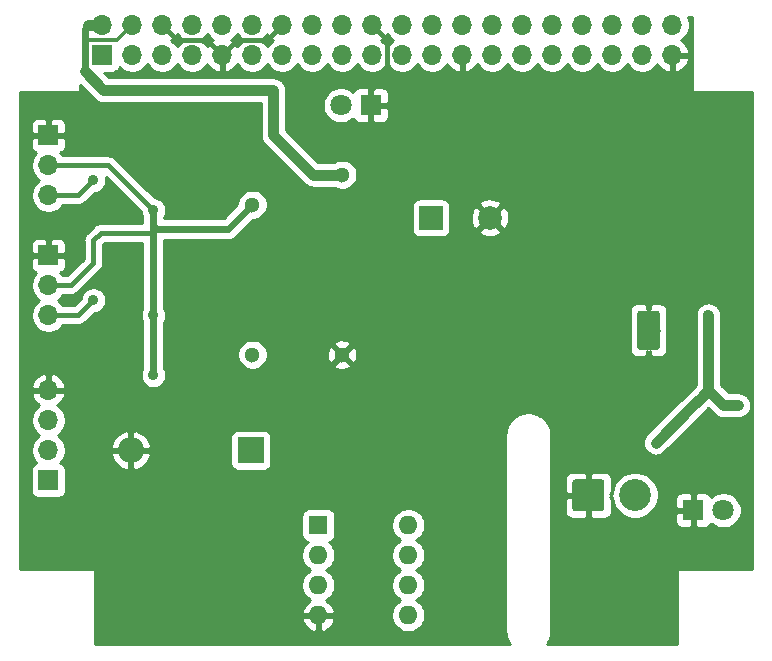
<source format=gbl>
G04 #@! TF.GenerationSoftware,KiCad,Pcbnew,(5.1.5)-3*
G04 #@! TF.CreationDate,2020-03-15T22:36:38-07:00*
G04 #@! TF.ProjectId,pihat,70696861-742e-46b6-9963-61645f706362,rev?*
G04 #@! TF.SameCoordinates,Original*
G04 #@! TF.FileFunction,Copper,L2,Bot*
G04 #@! TF.FilePolarity,Positive*
%FSLAX46Y46*%
G04 Gerber Fmt 4.6, Leading zero omitted, Abs format (unit mm)*
G04 Created by KiCad (PCBNEW (5.1.5)-3) date 2020-03-15 22:36:38*
%MOMM*%
%LPD*%
G04 APERTURE LIST*
%ADD10C,1.300000*%
%ADD11C,0.150000*%
%ADD12C,0.500000*%
%ADD13O,1.600000X1.600000*%
%ADD14R,1.600000X1.600000*%
%ADD15C,2.000000*%
%ADD16R,2.000000X2.000000*%
%ADD17O,1.700000X1.700000*%
%ADD18R,1.700000X1.700000*%
%ADD19C,2.700000*%
%ADD20R,2.200000X2.200000*%
%ADD21O,2.200000X2.200000*%
%ADD22R,1.800000X1.800000*%
%ADD23C,1.800000*%
%ADD24C,0.900000*%
%ADD25C,0.400000*%
%ADD26C,0.600000*%
%ADD27C,0.300000*%
%ADD28C,0.900000*%
%ADD29C,0.254000*%
G04 APERTURE END LIST*
D10*
X228685000Y-108890000D03*
X221085000Y-111430000D03*
X228685000Y-124130000D03*
X221085000Y-124130000D03*
G04 #@! TA.AperFunction,Conductor*
D11*
G36*
X255334504Y-120411204D02*
G01*
X255358773Y-120414804D01*
X255382571Y-120420765D01*
X255405671Y-120429030D01*
X255427849Y-120439520D01*
X255448893Y-120452133D01*
X255468598Y-120466747D01*
X255486777Y-120483223D01*
X255503253Y-120501402D01*
X255517867Y-120521107D01*
X255530480Y-120542151D01*
X255540970Y-120564329D01*
X255549235Y-120587429D01*
X255555196Y-120611227D01*
X255558796Y-120635496D01*
X255560000Y-120660000D01*
X255560000Y-123460000D01*
X255558796Y-123484504D01*
X255555196Y-123508773D01*
X255549235Y-123532571D01*
X255540970Y-123555671D01*
X255530480Y-123577849D01*
X255517867Y-123598893D01*
X255503253Y-123618598D01*
X255486777Y-123636777D01*
X255468598Y-123653253D01*
X255448893Y-123667867D01*
X255427849Y-123680480D01*
X255405671Y-123690970D01*
X255382571Y-123699235D01*
X255358773Y-123705196D01*
X255334504Y-123708796D01*
X255310000Y-123710000D01*
X253910000Y-123710000D01*
X253885496Y-123708796D01*
X253861227Y-123705196D01*
X253837429Y-123699235D01*
X253814329Y-123690970D01*
X253792151Y-123680480D01*
X253771107Y-123667867D01*
X253751402Y-123653253D01*
X253733223Y-123636777D01*
X253716747Y-123618598D01*
X253702133Y-123598893D01*
X253689520Y-123577849D01*
X253679030Y-123555671D01*
X253670765Y-123532571D01*
X253664804Y-123508773D01*
X253661204Y-123484504D01*
X253660000Y-123460000D01*
X253660000Y-120660000D01*
X253661204Y-120635496D01*
X253664804Y-120611227D01*
X253670765Y-120587429D01*
X253679030Y-120564329D01*
X253689520Y-120542151D01*
X253702133Y-120521107D01*
X253716747Y-120501402D01*
X253733223Y-120483223D01*
X253751402Y-120466747D01*
X253771107Y-120452133D01*
X253792151Y-120439520D01*
X253814329Y-120429030D01*
X253837429Y-120420765D01*
X253861227Y-120414804D01*
X253885496Y-120411204D01*
X253910000Y-120410000D01*
X255310000Y-120410000D01*
X255334504Y-120411204D01*
G37*
G04 #@! TD.AperFunction*
D12*
X255310000Y-123460000D03*
X253910000Y-123460000D03*
X255310000Y-122060000D03*
X253910000Y-122060000D03*
X255310000Y-120660000D03*
X253910000Y-120660000D03*
D13*
X234290000Y-138570000D03*
X226670000Y-146190000D03*
X234290000Y-141110000D03*
X226670000Y-143650000D03*
X234290000Y-143650000D03*
X226670000Y-141110000D03*
X234290000Y-146190000D03*
D14*
X226670000Y-138570000D03*
D15*
X241195000Y-112535000D03*
D16*
X236195000Y-112535000D03*
D17*
X203810000Y-127140000D03*
X203810000Y-129680000D03*
X203810000Y-132220000D03*
D18*
X203810000Y-134760000D03*
D17*
X203810000Y-120790000D03*
X203810000Y-118250000D03*
D18*
X203810000Y-115710000D03*
D17*
X203810000Y-110630000D03*
X203810000Y-108090000D03*
D18*
X203810000Y-105550000D03*
X208370000Y-98770000D03*
D17*
X208370000Y-96230000D03*
X210910000Y-98770000D03*
X210910000Y-96230000D03*
X213450000Y-98770000D03*
X213450000Y-96230000D03*
X215990000Y-98770000D03*
X215990000Y-96230000D03*
X218530000Y-98770000D03*
X218530000Y-96230000D03*
X221070000Y-98770000D03*
X221070000Y-96230000D03*
X223610000Y-98770000D03*
X223610000Y-96230000D03*
X226150000Y-98770000D03*
X226150000Y-96230000D03*
X228690000Y-98770000D03*
X228690000Y-96230000D03*
X231230000Y-98770000D03*
X231230000Y-96230000D03*
X233770000Y-98770000D03*
X233770000Y-96230000D03*
X236310000Y-98770000D03*
X236310000Y-96230000D03*
X238850000Y-98770000D03*
X238850000Y-96230000D03*
X241390000Y-98770000D03*
X241390000Y-96230000D03*
X243930000Y-98770000D03*
X243930000Y-96230000D03*
X246470000Y-98770000D03*
X246470000Y-96230000D03*
X249010000Y-98770000D03*
X249010000Y-96230000D03*
X251550000Y-98770000D03*
X251550000Y-96230000D03*
X254090000Y-98770000D03*
X254090000Y-96230000D03*
X256630000Y-98770000D03*
X256630000Y-96230000D03*
G04 #@! TA.AperFunction,ComponentPad*
D11*
G36*
X250654503Y-134681204D02*
G01*
X250678772Y-134684804D01*
X250702570Y-134690765D01*
X250725670Y-134699030D01*
X250747849Y-134709520D01*
X250768892Y-134722133D01*
X250788598Y-134736748D01*
X250806776Y-134753224D01*
X250823252Y-134771402D01*
X250837867Y-134791108D01*
X250850480Y-134812151D01*
X250860970Y-134834330D01*
X250869235Y-134857430D01*
X250875196Y-134881228D01*
X250878796Y-134905497D01*
X250880000Y-134930001D01*
X250880000Y-137129999D01*
X250878796Y-137154503D01*
X250875196Y-137178772D01*
X250869235Y-137202570D01*
X250860970Y-137225670D01*
X250850480Y-137247849D01*
X250837867Y-137268892D01*
X250823252Y-137288598D01*
X250806776Y-137306776D01*
X250788598Y-137323252D01*
X250768892Y-137337867D01*
X250747849Y-137350480D01*
X250725670Y-137360970D01*
X250702570Y-137369235D01*
X250678772Y-137375196D01*
X250654503Y-137378796D01*
X250629999Y-137380000D01*
X248430001Y-137380000D01*
X248405497Y-137378796D01*
X248381228Y-137375196D01*
X248357430Y-137369235D01*
X248334330Y-137360970D01*
X248312151Y-137350480D01*
X248291108Y-137337867D01*
X248271402Y-137323252D01*
X248253224Y-137306776D01*
X248236748Y-137288598D01*
X248222133Y-137268892D01*
X248209520Y-137247849D01*
X248199030Y-137225670D01*
X248190765Y-137202570D01*
X248184804Y-137178772D01*
X248181204Y-137154503D01*
X248180000Y-137129999D01*
X248180000Y-134930001D01*
X248181204Y-134905497D01*
X248184804Y-134881228D01*
X248190765Y-134857430D01*
X248199030Y-134834330D01*
X248209520Y-134812151D01*
X248222133Y-134791108D01*
X248236748Y-134771402D01*
X248253224Y-134753224D01*
X248271402Y-134736748D01*
X248291108Y-134722133D01*
X248312151Y-134709520D01*
X248334330Y-134699030D01*
X248357430Y-134690765D01*
X248381228Y-134684804D01*
X248405497Y-134681204D01*
X248430001Y-134680000D01*
X250629999Y-134680000D01*
X250654503Y-134681204D01*
G37*
G04 #@! TD.AperFunction*
D19*
X253490000Y-136030000D03*
D20*
X220955000Y-132220000D03*
D21*
X210795000Y-132220000D03*
D22*
X258420000Y-137300000D03*
D23*
X260960000Y-137300000D03*
D22*
X231115000Y-103010000D03*
D23*
X228575000Y-103010000D03*
D24*
X212700000Y-120790000D03*
X212700000Y-125870000D03*
X212700000Y-111900000D03*
X241910000Y-134760000D03*
X227940000Y-136030000D03*
X262230000Y-114440000D03*
X252070000Y-116980000D03*
X255880000Y-128410000D03*
X262230000Y-121425000D03*
X241910000Y-131585000D03*
X222860000Y-141745000D03*
X207620000Y-109360000D03*
X207620000Y-119520000D03*
X262230000Y-128410000D03*
X259690000Y-120790000D03*
X222860000Y-101740000D03*
D25*
X212700000Y-111900000D02*
X211430000Y-110630000D01*
X208890000Y-108090000D02*
X203810000Y-108090000D01*
X211430000Y-110630000D02*
X208890000Y-108090000D01*
X203810000Y-118250000D02*
X205715000Y-118250000D01*
X205715000Y-118250000D02*
X207620000Y-116345000D01*
X207620000Y-116345000D02*
X207620000Y-114440000D01*
X207620000Y-114440000D02*
X208255000Y-113805000D01*
X208255000Y-113805000D02*
X212700000Y-113805000D01*
D26*
X212700000Y-125870000D02*
X212700000Y-120790000D01*
D25*
X217240001Y-97480001D02*
X217680001Y-97920001D01*
X214700001Y-97480001D02*
X217240001Y-97480001D01*
X217680001Y-97920001D02*
X218530000Y-98770000D01*
X213450000Y-96230000D02*
X214700001Y-97480001D01*
X222760001Y-97079999D02*
X223610000Y-96230000D01*
X222359999Y-97480001D02*
X222760001Y-97079999D01*
X219819999Y-97480001D02*
X222359999Y-97480001D01*
X218530000Y-98770000D02*
X219819999Y-97480001D01*
X232480001Y-100344999D02*
X232480001Y-97480001D01*
X231115000Y-103010000D02*
X231115000Y-101710000D01*
X232480001Y-97480001D02*
X231230000Y-96230000D01*
X231115000Y-101710000D02*
X232480001Y-100344999D01*
D26*
X219050000Y-113465000D02*
X221085000Y-111430000D01*
X219050000Y-113465000D02*
X212995000Y-113465000D01*
X212700000Y-120790000D02*
X212700000Y-113170000D01*
X212995000Y-113465000D02*
X212700000Y-113170000D01*
X212700000Y-113170000D02*
X212700000Y-111900000D01*
D25*
X203810000Y-110630000D02*
X206350000Y-110630000D01*
X207620000Y-109360000D02*
X206350000Y-110630000D01*
X203810000Y-120790000D02*
X206350000Y-120790000D01*
X206350000Y-120790000D02*
X207620000Y-119520000D01*
D27*
X209659999Y-97480001D02*
X210910000Y-96230000D01*
X207119999Y-97480001D02*
X209659999Y-97480001D01*
D28*
X207167919Y-96230000D02*
X208370000Y-96230000D01*
X208469998Y-101740000D02*
X206869999Y-100140001D01*
X222860000Y-101740000D02*
X208469998Y-101740000D01*
X228685000Y-108890000D02*
X226200000Y-108890000D01*
X222860000Y-105550000D02*
X222860000Y-101740000D01*
X226200000Y-108890000D02*
X222860000Y-105550000D01*
D26*
X206869999Y-96527920D02*
X207167919Y-96230000D01*
X206869999Y-100140001D02*
X206869999Y-96527920D01*
D28*
X258420000Y-128410000D02*
X255245000Y-131585000D01*
X259690000Y-120790000D02*
X259690000Y-127140000D01*
X259055000Y-127775000D02*
X258420000Y-128410000D01*
X259690000Y-127140000D02*
X259055000Y-127775000D01*
X259690000Y-127140000D02*
X260960000Y-128410000D01*
X260960000Y-128410000D02*
X262230000Y-128410000D01*
D29*
G36*
X258293000Y-101740000D02*
G01*
X258295440Y-101764776D01*
X258302667Y-101788601D01*
X258314403Y-101810557D01*
X258330197Y-101829803D01*
X258349443Y-101845597D01*
X258371399Y-101857333D01*
X258395224Y-101864560D01*
X258420000Y-101867000D01*
X263373000Y-101867000D01*
X263373000Y-142253000D01*
X257150000Y-142253000D01*
X257125224Y-142255440D01*
X257101399Y-142262667D01*
X257079443Y-142274403D01*
X257060197Y-142290197D01*
X257044403Y-142309443D01*
X257032667Y-142331399D01*
X257025440Y-142355224D01*
X257023000Y-142380000D01*
X257023000Y-148603000D01*
X246032732Y-148603000D01*
X246038647Y-148595747D01*
X246072998Y-148544045D01*
X246108081Y-148492807D01*
X246112630Y-148484394D01*
X246228993Y-148265546D01*
X246252653Y-148208141D01*
X246277108Y-148151084D01*
X246279936Y-148141947D01*
X246351576Y-147904666D01*
X246363630Y-147843787D01*
X246376544Y-147783034D01*
X246377544Y-147773522D01*
X246401731Y-147526844D01*
X246401731Y-147526837D01*
X246405000Y-147493647D01*
X246405000Y-138200000D01*
X256881928Y-138200000D01*
X256894188Y-138324482D01*
X256930498Y-138444180D01*
X256989463Y-138554494D01*
X257068815Y-138651185D01*
X257165506Y-138730537D01*
X257275820Y-138789502D01*
X257395518Y-138825812D01*
X257520000Y-138838072D01*
X258134250Y-138835000D01*
X258293000Y-138676250D01*
X258293000Y-137427000D01*
X257043750Y-137427000D01*
X256885000Y-137585750D01*
X256881928Y-138200000D01*
X246405000Y-138200000D01*
X246405000Y-137380000D01*
X247541928Y-137380000D01*
X247554188Y-137504482D01*
X247590498Y-137624180D01*
X247649463Y-137734494D01*
X247728815Y-137831185D01*
X247825506Y-137910537D01*
X247935820Y-137969502D01*
X248055518Y-138005812D01*
X248180000Y-138018072D01*
X249244250Y-138015000D01*
X249403000Y-137856250D01*
X249403000Y-136157000D01*
X247703750Y-136157000D01*
X247545000Y-136315750D01*
X247541928Y-137380000D01*
X246405000Y-137380000D01*
X246405000Y-134680000D01*
X247541928Y-134680000D01*
X247545000Y-135744250D01*
X247703750Y-135903000D01*
X249403000Y-135903000D01*
X249403000Y-134203750D01*
X249657000Y-134203750D01*
X249657000Y-135903000D01*
X249677000Y-135903000D01*
X249677000Y-136157000D01*
X249657000Y-136157000D01*
X249657000Y-137856250D01*
X249815750Y-138015000D01*
X250880000Y-138018072D01*
X251004482Y-138005812D01*
X251124180Y-137969502D01*
X251234494Y-137910537D01*
X251331185Y-137831185D01*
X251410537Y-137734494D01*
X251469502Y-137624180D01*
X251505812Y-137504482D01*
X251518072Y-137380000D01*
X251515000Y-136315750D01*
X251356252Y-136157002D01*
X251505000Y-136157002D01*
X251505000Y-136225505D01*
X251581282Y-136609003D01*
X251730915Y-136970250D01*
X251948149Y-137295364D01*
X252224636Y-137571851D01*
X252549750Y-137789085D01*
X252910997Y-137938718D01*
X253294495Y-138015000D01*
X253685505Y-138015000D01*
X254069003Y-137938718D01*
X254430250Y-137789085D01*
X254755364Y-137571851D01*
X255031851Y-137295364D01*
X255249085Y-136970250D01*
X255398718Y-136609003D01*
X255440291Y-136400000D01*
X256881928Y-136400000D01*
X256885000Y-137014250D01*
X257043750Y-137173000D01*
X258293000Y-137173000D01*
X258293000Y-135923750D01*
X258547000Y-135923750D01*
X258547000Y-137173000D01*
X258567000Y-137173000D01*
X258567000Y-137427000D01*
X258547000Y-137427000D01*
X258547000Y-138676250D01*
X258705750Y-138835000D01*
X259320000Y-138838072D01*
X259444482Y-138825812D01*
X259564180Y-138789502D01*
X259674494Y-138730537D01*
X259771185Y-138651185D01*
X259850537Y-138554494D01*
X259909502Y-138444180D01*
X259915056Y-138425873D01*
X259981495Y-138492312D01*
X260232905Y-138660299D01*
X260512257Y-138776011D01*
X260808816Y-138835000D01*
X261111184Y-138835000D01*
X261407743Y-138776011D01*
X261687095Y-138660299D01*
X261938505Y-138492312D01*
X262152312Y-138278505D01*
X262320299Y-138027095D01*
X262436011Y-137747743D01*
X262495000Y-137451184D01*
X262495000Y-137148816D01*
X262436011Y-136852257D01*
X262320299Y-136572905D01*
X262152312Y-136321495D01*
X261938505Y-136107688D01*
X261687095Y-135939701D01*
X261407743Y-135823989D01*
X261111184Y-135765000D01*
X260808816Y-135765000D01*
X260512257Y-135823989D01*
X260232905Y-135939701D01*
X259981495Y-136107688D01*
X259915056Y-136174127D01*
X259909502Y-136155820D01*
X259850537Y-136045506D01*
X259771185Y-135948815D01*
X259674494Y-135869463D01*
X259564180Y-135810498D01*
X259444482Y-135774188D01*
X259320000Y-135761928D01*
X258705750Y-135765000D01*
X258547000Y-135923750D01*
X258293000Y-135923750D01*
X258134250Y-135765000D01*
X257520000Y-135761928D01*
X257395518Y-135774188D01*
X257275820Y-135810498D01*
X257165506Y-135869463D01*
X257068815Y-135948815D01*
X256989463Y-136045506D01*
X256930498Y-136155820D01*
X256894188Y-136275518D01*
X256881928Y-136400000D01*
X255440291Y-136400000D01*
X255475000Y-136225505D01*
X255475000Y-135834495D01*
X255398718Y-135450997D01*
X255249085Y-135089750D01*
X255031851Y-134764636D01*
X254755364Y-134488149D01*
X254430250Y-134270915D01*
X254069003Y-134121282D01*
X253685505Y-134045000D01*
X253294495Y-134045000D01*
X252910997Y-134121282D01*
X252549750Y-134270915D01*
X252224636Y-134488149D01*
X251948149Y-134764636D01*
X251730915Y-135089750D01*
X251581282Y-135450997D01*
X251505000Y-135834495D01*
X251505000Y-135902998D01*
X251356252Y-135902998D01*
X251515000Y-135744250D01*
X251518072Y-134680000D01*
X251505812Y-134555518D01*
X251469502Y-134435820D01*
X251410537Y-134325506D01*
X251331185Y-134228815D01*
X251234494Y-134149463D01*
X251124180Y-134090498D01*
X251004482Y-134054188D01*
X250880000Y-134041928D01*
X249815750Y-134045000D01*
X249657000Y-134203750D01*
X249403000Y-134203750D01*
X249244250Y-134045000D01*
X248180000Y-134041928D01*
X248055518Y-134054188D01*
X247935820Y-134090498D01*
X247825506Y-134149463D01*
X247728815Y-134228815D01*
X247649463Y-134325506D01*
X247590498Y-134435820D01*
X247554188Y-134555518D01*
X247541928Y-134680000D01*
X246405000Y-134680000D01*
X246405000Y-131585000D01*
X254154752Y-131585000D01*
X254175700Y-131797697D01*
X254237742Y-132002220D01*
X254338492Y-132190709D01*
X254474078Y-132355922D01*
X254639291Y-132491508D01*
X254827780Y-132592258D01*
X255032303Y-132654300D01*
X255245000Y-132675248D01*
X255457697Y-132654300D01*
X255662220Y-132592258D01*
X255850709Y-132491508D01*
X255974526Y-132389895D01*
X259224895Y-129139527D01*
X259224900Y-129139521D01*
X259690000Y-128674421D01*
X260155109Y-129139531D01*
X260189078Y-129180922D01*
X260230469Y-129214891D01*
X260230473Y-129214895D01*
X260269706Y-129247092D01*
X260354290Y-129316509D01*
X260542780Y-129417259D01*
X260665113Y-129454368D01*
X260747302Y-129479300D01*
X260767078Y-129481248D01*
X260906706Y-129495000D01*
X260906713Y-129495000D01*
X260959999Y-129500248D01*
X261013285Y-129495000D01*
X262336863Y-129495000D01*
X262389404Y-129484549D01*
X262442697Y-129479300D01*
X262493942Y-129463755D01*
X262546483Y-129453304D01*
X262595974Y-129432804D01*
X262647220Y-129417259D01*
X262694448Y-129392015D01*
X262743940Y-129371515D01*
X262788483Y-129341752D01*
X262835710Y-129316509D01*
X262877103Y-129282538D01*
X262921647Y-129252775D01*
X262959531Y-129214891D01*
X263000922Y-129180922D01*
X263034891Y-129139531D01*
X263072775Y-129101647D01*
X263102538Y-129057103D01*
X263136509Y-129015710D01*
X263161752Y-128968483D01*
X263191515Y-128923940D01*
X263212015Y-128874448D01*
X263237259Y-128827220D01*
X263252804Y-128775974D01*
X263273304Y-128726483D01*
X263283755Y-128673942D01*
X263299300Y-128622697D01*
X263304549Y-128569404D01*
X263315000Y-128516863D01*
X263315000Y-128463294D01*
X263320249Y-128410000D01*
X263315000Y-128356706D01*
X263315000Y-128303137D01*
X263304549Y-128250596D01*
X263299300Y-128197303D01*
X263283755Y-128146058D01*
X263273304Y-128093517D01*
X263252804Y-128044026D01*
X263237259Y-127992780D01*
X263212015Y-127945552D01*
X263191515Y-127896060D01*
X263161752Y-127851517D01*
X263136509Y-127804290D01*
X263102538Y-127762897D01*
X263072775Y-127718353D01*
X263034891Y-127680469D01*
X263000922Y-127639078D01*
X262959531Y-127605109D01*
X262921647Y-127567225D01*
X262877103Y-127537462D01*
X262835710Y-127503491D01*
X262788483Y-127478248D01*
X262743940Y-127448485D01*
X262694448Y-127427985D01*
X262647220Y-127402741D01*
X262595974Y-127387196D01*
X262546483Y-127366696D01*
X262493942Y-127356245D01*
X262442697Y-127340700D01*
X262389404Y-127335451D01*
X262336863Y-127325000D01*
X261409422Y-127325000D01*
X260775000Y-126690579D01*
X260775000Y-120683137D01*
X260764549Y-120630596D01*
X260759300Y-120577303D01*
X260743755Y-120526058D01*
X260733304Y-120473517D01*
X260712804Y-120424026D01*
X260697259Y-120372780D01*
X260672015Y-120325552D01*
X260651515Y-120276060D01*
X260621752Y-120231517D01*
X260596509Y-120184290D01*
X260562538Y-120142897D01*
X260532775Y-120098353D01*
X260494891Y-120060469D01*
X260460922Y-120019078D01*
X260419531Y-119985109D01*
X260381647Y-119947225D01*
X260337103Y-119917462D01*
X260295710Y-119883491D01*
X260248484Y-119858248D01*
X260203940Y-119828485D01*
X260154444Y-119807983D01*
X260107219Y-119782741D01*
X260055977Y-119767197D01*
X260006483Y-119746696D01*
X259953939Y-119736244D01*
X259902696Y-119720700D01*
X259849405Y-119715451D01*
X259796863Y-119705000D01*
X259743293Y-119705000D01*
X259690000Y-119699751D01*
X259636706Y-119705000D01*
X259583137Y-119705000D01*
X259530596Y-119715451D01*
X259477303Y-119720700D01*
X259426058Y-119736245D01*
X259373517Y-119746696D01*
X259324026Y-119767196D01*
X259272780Y-119782741D01*
X259225552Y-119807985D01*
X259176060Y-119828485D01*
X259131517Y-119858248D01*
X259084290Y-119883491D01*
X259042897Y-119917462D01*
X258998353Y-119947225D01*
X258960469Y-119985109D01*
X258919078Y-120019078D01*
X258885109Y-120060469D01*
X258847225Y-120098353D01*
X258817462Y-120142897D01*
X258783491Y-120184290D01*
X258758248Y-120231516D01*
X258728485Y-120276060D01*
X258707983Y-120325556D01*
X258682741Y-120372781D01*
X258667197Y-120424023D01*
X258646696Y-120473517D01*
X258636244Y-120526061D01*
X258620700Y-120577304D01*
X258615451Y-120630595D01*
X258605000Y-120683137D01*
X258605000Y-120736707D01*
X258605001Y-126690578D01*
X257690479Y-127605100D01*
X257690473Y-127605105D01*
X254440105Y-130855474D01*
X254338492Y-130979291D01*
X254237742Y-131167780D01*
X254175700Y-131372303D01*
X254154752Y-131585000D01*
X246405000Y-131585000D01*
X246405000Y-130916353D01*
X246401607Y-130881904D01*
X246401607Y-130865423D01*
X246400607Y-130855911D01*
X246372978Y-130609595D01*
X246360072Y-130548876D01*
X246348011Y-130487966D01*
X246345183Y-130478830D01*
X246270238Y-130242572D01*
X246245786Y-130185521D01*
X246222121Y-130128106D01*
X246217572Y-130119692D01*
X246098164Y-129902490D01*
X246063062Y-129851225D01*
X246028730Y-129799552D01*
X246022634Y-129792182D01*
X245863312Y-129602310D01*
X245818954Y-129558872D01*
X245775209Y-129514820D01*
X245767797Y-129508775D01*
X245574630Y-129353463D01*
X245522643Y-129319444D01*
X245471205Y-129284749D01*
X245462761Y-129280258D01*
X245243106Y-129165427D01*
X245185554Y-129142175D01*
X245128312Y-129118112D01*
X245119156Y-129115348D01*
X245119151Y-129115346D01*
X245119146Y-129115345D01*
X244881380Y-129045365D01*
X244820349Y-129033723D01*
X244759575Y-129021248D01*
X244750061Y-129020314D01*
X244750057Y-129020314D01*
X244503217Y-128997850D01*
X244441135Y-128998284D01*
X244379052Y-128997850D01*
X244369534Y-128998783D01*
X244123030Y-129024691D01*
X244062176Y-129037183D01*
X244001226Y-129048810D01*
X243992076Y-129051572D01*
X243992072Y-129051573D01*
X243992069Y-129051574D01*
X243992070Y-129051574D01*
X243755294Y-129124869D01*
X243698084Y-129148918D01*
X243640498Y-129172184D01*
X243632053Y-129176674D01*
X243414023Y-129294562D01*
X243362532Y-129329293D01*
X243310600Y-129363277D01*
X243303188Y-129369321D01*
X243112209Y-129527314D01*
X243068462Y-129571367D01*
X243024104Y-129614806D01*
X243018008Y-129622175D01*
X242861353Y-129814253D01*
X242827002Y-129865956D01*
X242791919Y-129917193D01*
X242787370Y-129925607D01*
X242671007Y-130144454D01*
X242647347Y-130201859D01*
X242622892Y-130258916D01*
X242620064Y-130268053D01*
X242548424Y-130505334D01*
X242536370Y-130566213D01*
X242523456Y-130626966D01*
X242522456Y-130636478D01*
X242498269Y-130883156D01*
X242498269Y-130883164D01*
X242495000Y-130916354D01*
X242495001Y-147493647D01*
X242498394Y-147528095D01*
X242498394Y-147544577D01*
X242499393Y-147554089D01*
X242527022Y-147800405D01*
X242539930Y-147861130D01*
X242551989Y-147922034D01*
X242554817Y-147931170D01*
X242629762Y-148167428D01*
X242654214Y-148224479D01*
X242677879Y-148281894D01*
X242682428Y-148290308D01*
X242801836Y-148507510D01*
X242836926Y-148558757D01*
X242866321Y-148603000D01*
X207747000Y-148603000D01*
X207747000Y-146539039D01*
X225278096Y-146539039D01*
X225318754Y-146673087D01*
X225438963Y-146927420D01*
X225606481Y-147153414D01*
X225814869Y-147342385D01*
X226056119Y-147487070D01*
X226320960Y-147581909D01*
X226543000Y-147460624D01*
X226543000Y-146317000D01*
X226797000Y-146317000D01*
X226797000Y-147460624D01*
X227019040Y-147581909D01*
X227283881Y-147487070D01*
X227525131Y-147342385D01*
X227733519Y-147153414D01*
X227901037Y-146927420D01*
X228021246Y-146673087D01*
X228061904Y-146539039D01*
X227939915Y-146317000D01*
X226797000Y-146317000D01*
X226543000Y-146317000D01*
X225400085Y-146317000D01*
X225278096Y-146539039D01*
X207747000Y-146539039D01*
X207747000Y-142380000D01*
X207744560Y-142355224D01*
X207737333Y-142331399D01*
X207725597Y-142309443D01*
X207709803Y-142290197D01*
X207690557Y-142274403D01*
X207668601Y-142262667D01*
X207644776Y-142255440D01*
X207620000Y-142253000D01*
X201397000Y-142253000D01*
X201397000Y-137770000D01*
X225231928Y-137770000D01*
X225231928Y-139370000D01*
X225244188Y-139494482D01*
X225280498Y-139614180D01*
X225339463Y-139724494D01*
X225418815Y-139821185D01*
X225515506Y-139900537D01*
X225625820Y-139959502D01*
X225745518Y-139995812D01*
X225753961Y-139996643D01*
X225555363Y-140195241D01*
X225398320Y-140430273D01*
X225290147Y-140691426D01*
X225235000Y-140968665D01*
X225235000Y-141251335D01*
X225290147Y-141528574D01*
X225398320Y-141789727D01*
X225555363Y-142024759D01*
X225755241Y-142224637D01*
X225987759Y-142380000D01*
X225755241Y-142535363D01*
X225555363Y-142735241D01*
X225398320Y-142970273D01*
X225290147Y-143231426D01*
X225235000Y-143508665D01*
X225235000Y-143791335D01*
X225290147Y-144068574D01*
X225398320Y-144329727D01*
X225555363Y-144564759D01*
X225755241Y-144764637D01*
X225990273Y-144921680D01*
X226000865Y-144926067D01*
X225814869Y-145037615D01*
X225606481Y-145226586D01*
X225438963Y-145452580D01*
X225318754Y-145706913D01*
X225278096Y-145840961D01*
X225400085Y-146063000D01*
X226543000Y-146063000D01*
X226543000Y-146043000D01*
X226797000Y-146043000D01*
X226797000Y-146063000D01*
X227939915Y-146063000D01*
X228061904Y-145840961D01*
X228021246Y-145706913D01*
X227901037Y-145452580D01*
X227733519Y-145226586D01*
X227525131Y-145037615D01*
X227339135Y-144926067D01*
X227349727Y-144921680D01*
X227584759Y-144764637D01*
X227784637Y-144564759D01*
X227941680Y-144329727D01*
X228049853Y-144068574D01*
X228105000Y-143791335D01*
X228105000Y-143508665D01*
X228049853Y-143231426D01*
X227941680Y-142970273D01*
X227784637Y-142735241D01*
X227584759Y-142535363D01*
X227352241Y-142380000D01*
X227584759Y-142224637D01*
X227784637Y-142024759D01*
X227941680Y-141789727D01*
X228049853Y-141528574D01*
X228105000Y-141251335D01*
X228105000Y-140968665D01*
X228049853Y-140691426D01*
X227941680Y-140430273D01*
X227784637Y-140195241D01*
X227586039Y-139996643D01*
X227594482Y-139995812D01*
X227714180Y-139959502D01*
X227824494Y-139900537D01*
X227921185Y-139821185D01*
X228000537Y-139724494D01*
X228059502Y-139614180D01*
X228095812Y-139494482D01*
X228108072Y-139370000D01*
X228108072Y-138428665D01*
X232855000Y-138428665D01*
X232855000Y-138711335D01*
X232910147Y-138988574D01*
X233018320Y-139249727D01*
X233175363Y-139484759D01*
X233375241Y-139684637D01*
X233607759Y-139840000D01*
X233375241Y-139995363D01*
X233175363Y-140195241D01*
X233018320Y-140430273D01*
X232910147Y-140691426D01*
X232855000Y-140968665D01*
X232855000Y-141251335D01*
X232910147Y-141528574D01*
X233018320Y-141789727D01*
X233175363Y-142024759D01*
X233375241Y-142224637D01*
X233607759Y-142380000D01*
X233375241Y-142535363D01*
X233175363Y-142735241D01*
X233018320Y-142970273D01*
X232910147Y-143231426D01*
X232855000Y-143508665D01*
X232855000Y-143791335D01*
X232910147Y-144068574D01*
X233018320Y-144329727D01*
X233175363Y-144564759D01*
X233375241Y-144764637D01*
X233607759Y-144920000D01*
X233375241Y-145075363D01*
X233175363Y-145275241D01*
X233018320Y-145510273D01*
X232910147Y-145771426D01*
X232855000Y-146048665D01*
X232855000Y-146331335D01*
X232910147Y-146608574D01*
X233018320Y-146869727D01*
X233175363Y-147104759D01*
X233375241Y-147304637D01*
X233610273Y-147461680D01*
X233871426Y-147569853D01*
X234148665Y-147625000D01*
X234431335Y-147625000D01*
X234708574Y-147569853D01*
X234969727Y-147461680D01*
X235204759Y-147304637D01*
X235404637Y-147104759D01*
X235561680Y-146869727D01*
X235669853Y-146608574D01*
X235725000Y-146331335D01*
X235725000Y-146048665D01*
X235669853Y-145771426D01*
X235561680Y-145510273D01*
X235404637Y-145275241D01*
X235204759Y-145075363D01*
X234972241Y-144920000D01*
X235204759Y-144764637D01*
X235404637Y-144564759D01*
X235561680Y-144329727D01*
X235669853Y-144068574D01*
X235725000Y-143791335D01*
X235725000Y-143508665D01*
X235669853Y-143231426D01*
X235561680Y-142970273D01*
X235404637Y-142735241D01*
X235204759Y-142535363D01*
X234972241Y-142380000D01*
X235204759Y-142224637D01*
X235404637Y-142024759D01*
X235561680Y-141789727D01*
X235669853Y-141528574D01*
X235725000Y-141251335D01*
X235725000Y-140968665D01*
X235669853Y-140691426D01*
X235561680Y-140430273D01*
X235404637Y-140195241D01*
X235204759Y-139995363D01*
X234972241Y-139840000D01*
X235204759Y-139684637D01*
X235404637Y-139484759D01*
X235561680Y-139249727D01*
X235669853Y-138988574D01*
X235725000Y-138711335D01*
X235725000Y-138428665D01*
X235669853Y-138151426D01*
X235561680Y-137890273D01*
X235404637Y-137655241D01*
X235204759Y-137455363D01*
X234969727Y-137298320D01*
X234708574Y-137190147D01*
X234431335Y-137135000D01*
X234148665Y-137135000D01*
X233871426Y-137190147D01*
X233610273Y-137298320D01*
X233375241Y-137455363D01*
X233175363Y-137655241D01*
X233018320Y-137890273D01*
X232910147Y-138151426D01*
X232855000Y-138428665D01*
X228108072Y-138428665D01*
X228108072Y-137770000D01*
X228095812Y-137645518D01*
X228059502Y-137525820D01*
X228000537Y-137415506D01*
X227921185Y-137318815D01*
X227824494Y-137239463D01*
X227714180Y-137180498D01*
X227594482Y-137144188D01*
X227470000Y-137131928D01*
X225870000Y-137131928D01*
X225745518Y-137144188D01*
X225625820Y-137180498D01*
X225515506Y-137239463D01*
X225418815Y-137318815D01*
X225339463Y-137415506D01*
X225280498Y-137525820D01*
X225244188Y-137645518D01*
X225231928Y-137770000D01*
X201397000Y-137770000D01*
X201397000Y-133910000D01*
X202321928Y-133910000D01*
X202321928Y-135610000D01*
X202334188Y-135734482D01*
X202370498Y-135854180D01*
X202429463Y-135964494D01*
X202508815Y-136061185D01*
X202605506Y-136140537D01*
X202715820Y-136199502D01*
X202835518Y-136235812D01*
X202960000Y-136248072D01*
X204660000Y-136248072D01*
X204784482Y-136235812D01*
X204904180Y-136199502D01*
X205014494Y-136140537D01*
X205111185Y-136061185D01*
X205190537Y-135964494D01*
X205249502Y-135854180D01*
X205285812Y-135734482D01*
X205298072Y-135610000D01*
X205298072Y-133910000D01*
X205285812Y-133785518D01*
X205249502Y-133665820D01*
X205190537Y-133555506D01*
X205111185Y-133458815D01*
X205014494Y-133379463D01*
X204904180Y-133320498D01*
X204831620Y-133298487D01*
X204963475Y-133166632D01*
X205125990Y-132923411D01*
X205237932Y-132653158D01*
X205245298Y-132616122D01*
X209105825Y-132616122D01*
X209170425Y-132829094D01*
X209320469Y-133134329D01*
X209527178Y-133404427D01*
X209782609Y-133629008D01*
X210076946Y-133799442D01*
X210398877Y-133909179D01*
X210668000Y-133791600D01*
X210668000Y-132347000D01*
X210922000Y-132347000D01*
X210922000Y-133791600D01*
X211191123Y-133909179D01*
X211513054Y-133799442D01*
X211807391Y-133629008D01*
X212062822Y-133404427D01*
X212269531Y-133134329D01*
X212419575Y-132829094D01*
X212484175Y-132616122D01*
X212366125Y-132347000D01*
X210922000Y-132347000D01*
X210668000Y-132347000D01*
X209223875Y-132347000D01*
X209105825Y-132616122D01*
X205245298Y-132616122D01*
X205295000Y-132366260D01*
X205295000Y-132073740D01*
X205245299Y-131823878D01*
X209105825Y-131823878D01*
X209223875Y-132093000D01*
X210668000Y-132093000D01*
X210668000Y-130648400D01*
X210922000Y-130648400D01*
X210922000Y-132093000D01*
X212366125Y-132093000D01*
X212484175Y-131823878D01*
X212419575Y-131610906D01*
X212269531Y-131305671D01*
X212127435Y-131120000D01*
X219216928Y-131120000D01*
X219216928Y-133320000D01*
X219229188Y-133444482D01*
X219265498Y-133564180D01*
X219324463Y-133674494D01*
X219403815Y-133771185D01*
X219500506Y-133850537D01*
X219610820Y-133909502D01*
X219730518Y-133945812D01*
X219855000Y-133958072D01*
X222055000Y-133958072D01*
X222179482Y-133945812D01*
X222299180Y-133909502D01*
X222409494Y-133850537D01*
X222506185Y-133771185D01*
X222585537Y-133674494D01*
X222644502Y-133564180D01*
X222680812Y-133444482D01*
X222693072Y-133320000D01*
X222693072Y-131120000D01*
X222680812Y-130995518D01*
X222644502Y-130875820D01*
X222585537Y-130765506D01*
X222506185Y-130668815D01*
X222409494Y-130589463D01*
X222299180Y-130530498D01*
X222179482Y-130494188D01*
X222055000Y-130481928D01*
X219855000Y-130481928D01*
X219730518Y-130494188D01*
X219610820Y-130530498D01*
X219500506Y-130589463D01*
X219403815Y-130668815D01*
X219324463Y-130765506D01*
X219265498Y-130875820D01*
X219229188Y-130995518D01*
X219216928Y-131120000D01*
X212127435Y-131120000D01*
X212062822Y-131035573D01*
X211807391Y-130810992D01*
X211513054Y-130640558D01*
X211191123Y-130530821D01*
X210922000Y-130648400D01*
X210668000Y-130648400D01*
X210398877Y-130530821D01*
X210076946Y-130640558D01*
X209782609Y-130810992D01*
X209527178Y-131035573D01*
X209320469Y-131305671D01*
X209170425Y-131610906D01*
X209105825Y-131823878D01*
X205245299Y-131823878D01*
X205237932Y-131786842D01*
X205125990Y-131516589D01*
X204963475Y-131273368D01*
X204756632Y-131066525D01*
X204582240Y-130950000D01*
X204756632Y-130833475D01*
X204963475Y-130626632D01*
X205125990Y-130383411D01*
X205237932Y-130113158D01*
X205295000Y-129826260D01*
X205295000Y-129533740D01*
X205237932Y-129246842D01*
X205125990Y-128976589D01*
X204963475Y-128733368D01*
X204756632Y-128526525D01*
X204574466Y-128404805D01*
X204691355Y-128335178D01*
X204907588Y-128140269D01*
X205081641Y-127906920D01*
X205206825Y-127644099D01*
X205251476Y-127496890D01*
X205130155Y-127267000D01*
X203937000Y-127267000D01*
X203937000Y-127287000D01*
X203683000Y-127287000D01*
X203683000Y-127267000D01*
X202489845Y-127267000D01*
X202368524Y-127496890D01*
X202413175Y-127644099D01*
X202538359Y-127906920D01*
X202712412Y-128140269D01*
X202928645Y-128335178D01*
X203045534Y-128404805D01*
X202863368Y-128526525D01*
X202656525Y-128733368D01*
X202494010Y-128976589D01*
X202382068Y-129246842D01*
X202325000Y-129533740D01*
X202325000Y-129826260D01*
X202382068Y-130113158D01*
X202494010Y-130383411D01*
X202656525Y-130626632D01*
X202863368Y-130833475D01*
X203037760Y-130950000D01*
X202863368Y-131066525D01*
X202656525Y-131273368D01*
X202494010Y-131516589D01*
X202382068Y-131786842D01*
X202325000Y-132073740D01*
X202325000Y-132366260D01*
X202382068Y-132653158D01*
X202494010Y-132923411D01*
X202656525Y-133166632D01*
X202788380Y-133298487D01*
X202715820Y-133320498D01*
X202605506Y-133379463D01*
X202508815Y-133458815D01*
X202429463Y-133555506D01*
X202370498Y-133665820D01*
X202334188Y-133785518D01*
X202321928Y-133910000D01*
X201397000Y-133910000D01*
X201397000Y-126783110D01*
X202368524Y-126783110D01*
X202489845Y-127013000D01*
X203683000Y-127013000D01*
X203683000Y-125819186D01*
X203937000Y-125819186D01*
X203937000Y-127013000D01*
X205130155Y-127013000D01*
X205251476Y-126783110D01*
X205206825Y-126635901D01*
X205081641Y-126373080D01*
X204907588Y-126139731D01*
X204691355Y-125944822D01*
X204441252Y-125795843D01*
X204166891Y-125698519D01*
X203937000Y-125819186D01*
X203683000Y-125819186D01*
X203453109Y-125698519D01*
X203178748Y-125795843D01*
X202928645Y-125944822D01*
X202712412Y-126139731D01*
X202538359Y-126373080D01*
X202413175Y-126635901D01*
X202368524Y-126783110D01*
X201397000Y-126783110D01*
X201397000Y-114860000D01*
X202321928Y-114860000D01*
X202325000Y-115424250D01*
X202483750Y-115583000D01*
X203683000Y-115583000D01*
X203683000Y-114383750D01*
X203937000Y-114383750D01*
X203937000Y-115583000D01*
X205136250Y-115583000D01*
X205295000Y-115424250D01*
X205298072Y-114860000D01*
X205285812Y-114735518D01*
X205249502Y-114615820D01*
X205190537Y-114505506D01*
X205111185Y-114408815D01*
X205014494Y-114329463D01*
X204904180Y-114270498D01*
X204784482Y-114234188D01*
X204660000Y-114221928D01*
X204095750Y-114225000D01*
X203937000Y-114383750D01*
X203683000Y-114383750D01*
X203524250Y-114225000D01*
X202960000Y-114221928D01*
X202835518Y-114234188D01*
X202715820Y-114270498D01*
X202605506Y-114329463D01*
X202508815Y-114408815D01*
X202429463Y-114505506D01*
X202370498Y-114615820D01*
X202334188Y-114735518D01*
X202321928Y-114860000D01*
X201397000Y-114860000D01*
X201397000Y-106400000D01*
X202321928Y-106400000D01*
X202334188Y-106524482D01*
X202370498Y-106644180D01*
X202429463Y-106754494D01*
X202508815Y-106851185D01*
X202605506Y-106930537D01*
X202715820Y-106989502D01*
X202788380Y-107011513D01*
X202656525Y-107143368D01*
X202494010Y-107386589D01*
X202382068Y-107656842D01*
X202325000Y-107943740D01*
X202325000Y-108236260D01*
X202382068Y-108523158D01*
X202494010Y-108793411D01*
X202656525Y-109036632D01*
X202863368Y-109243475D01*
X203037760Y-109360000D01*
X202863368Y-109476525D01*
X202656525Y-109683368D01*
X202494010Y-109926589D01*
X202382068Y-110196842D01*
X202325000Y-110483740D01*
X202325000Y-110776260D01*
X202382068Y-111063158D01*
X202494010Y-111333411D01*
X202656525Y-111576632D01*
X202863368Y-111783475D01*
X203106589Y-111945990D01*
X203376842Y-112057932D01*
X203663740Y-112115000D01*
X203956260Y-112115000D01*
X204243158Y-112057932D01*
X204513411Y-111945990D01*
X204756632Y-111783475D01*
X204963475Y-111576632D01*
X205038065Y-111465000D01*
X206308982Y-111465000D01*
X206350000Y-111469040D01*
X206391018Y-111465000D01*
X206391019Y-111465000D01*
X206513689Y-111452918D01*
X206671087Y-111405172D01*
X206816146Y-111327636D01*
X206943291Y-111223291D01*
X206969446Y-111191421D01*
X207715868Y-110445000D01*
X207726863Y-110445000D01*
X207936483Y-110403304D01*
X208133940Y-110321515D01*
X208311647Y-110202775D01*
X208462775Y-110051647D01*
X208581515Y-109873940D01*
X208663304Y-109676483D01*
X208705000Y-109466863D01*
X208705000Y-109253137D01*
X208663466Y-109044334D01*
X210868570Y-111249438D01*
X210868575Y-111249442D01*
X211615000Y-111995868D01*
X211615000Y-112006863D01*
X211656696Y-112216483D01*
X211738485Y-112413940D01*
X211765001Y-112453623D01*
X211765000Y-112970000D01*
X208296018Y-112970000D01*
X208255000Y-112965960D01*
X208213982Y-112970000D01*
X208213981Y-112970000D01*
X208091311Y-112982082D01*
X207933913Y-113029828D01*
X207788854Y-113107364D01*
X207712532Y-113170000D01*
X207661709Y-113211709D01*
X207635562Y-113243569D01*
X207058573Y-113820559D01*
X207026710Y-113846709D01*
X206954404Y-113934814D01*
X206922364Y-113973855D01*
X206844828Y-114118914D01*
X206797082Y-114276312D01*
X206780960Y-114440000D01*
X206785001Y-114481028D01*
X206785000Y-115999131D01*
X205369133Y-117415000D01*
X205038065Y-117415000D01*
X204963475Y-117303368D01*
X204831620Y-117171513D01*
X204904180Y-117149502D01*
X205014494Y-117090537D01*
X205111185Y-117011185D01*
X205190537Y-116914494D01*
X205249502Y-116804180D01*
X205285812Y-116684482D01*
X205298072Y-116560000D01*
X205295000Y-115995750D01*
X205136250Y-115837000D01*
X203937000Y-115837000D01*
X203937000Y-115857000D01*
X203683000Y-115857000D01*
X203683000Y-115837000D01*
X202483750Y-115837000D01*
X202325000Y-115995750D01*
X202321928Y-116560000D01*
X202334188Y-116684482D01*
X202370498Y-116804180D01*
X202429463Y-116914494D01*
X202508815Y-117011185D01*
X202605506Y-117090537D01*
X202715820Y-117149502D01*
X202788380Y-117171513D01*
X202656525Y-117303368D01*
X202494010Y-117546589D01*
X202382068Y-117816842D01*
X202325000Y-118103740D01*
X202325000Y-118396260D01*
X202382068Y-118683158D01*
X202494010Y-118953411D01*
X202656525Y-119196632D01*
X202863368Y-119403475D01*
X203037760Y-119520000D01*
X202863368Y-119636525D01*
X202656525Y-119843368D01*
X202494010Y-120086589D01*
X202382068Y-120356842D01*
X202325000Y-120643740D01*
X202325000Y-120936260D01*
X202382068Y-121223158D01*
X202494010Y-121493411D01*
X202656525Y-121736632D01*
X202863368Y-121943475D01*
X203106589Y-122105990D01*
X203376842Y-122217932D01*
X203663740Y-122275000D01*
X203956260Y-122275000D01*
X204243158Y-122217932D01*
X204513411Y-122105990D01*
X204756632Y-121943475D01*
X204963475Y-121736632D01*
X205038065Y-121625000D01*
X206308982Y-121625000D01*
X206350000Y-121629040D01*
X206391018Y-121625000D01*
X206391019Y-121625000D01*
X206513689Y-121612918D01*
X206671087Y-121565172D01*
X206816146Y-121487636D01*
X206943291Y-121383291D01*
X206969446Y-121351421D01*
X207715868Y-120605000D01*
X207726863Y-120605000D01*
X207936483Y-120563304D01*
X208133940Y-120481515D01*
X208311647Y-120362775D01*
X208462775Y-120211647D01*
X208581515Y-120033940D01*
X208663304Y-119836483D01*
X208705000Y-119626863D01*
X208705000Y-119413137D01*
X208663304Y-119203517D01*
X208581515Y-119006060D01*
X208462775Y-118828353D01*
X208311647Y-118677225D01*
X208133940Y-118558485D01*
X207936483Y-118476696D01*
X207726863Y-118435000D01*
X207513137Y-118435000D01*
X207303517Y-118476696D01*
X207106060Y-118558485D01*
X206928353Y-118677225D01*
X206777225Y-118828353D01*
X206658485Y-119006060D01*
X206576696Y-119203517D01*
X206535000Y-119413137D01*
X206535000Y-119424132D01*
X206004133Y-119955000D01*
X205038065Y-119955000D01*
X204963475Y-119843368D01*
X204756632Y-119636525D01*
X204582240Y-119520000D01*
X204756632Y-119403475D01*
X204963475Y-119196632D01*
X205038065Y-119085000D01*
X205673982Y-119085000D01*
X205715000Y-119089040D01*
X205756018Y-119085000D01*
X205756019Y-119085000D01*
X205878689Y-119072918D01*
X206036087Y-119025172D01*
X206181146Y-118947636D01*
X206308291Y-118843291D01*
X206334446Y-118811421D01*
X208181433Y-116964436D01*
X208213291Y-116938291D01*
X208317636Y-116811146D01*
X208395172Y-116666087D01*
X208442918Y-116508689D01*
X208455000Y-116386019D01*
X208455000Y-116386018D01*
X208459040Y-116345000D01*
X208455000Y-116303982D01*
X208455000Y-114785868D01*
X208600868Y-114640000D01*
X211765001Y-114640000D01*
X211765000Y-120236377D01*
X211738485Y-120276060D01*
X211656696Y-120473517D01*
X211615000Y-120683137D01*
X211615000Y-120896863D01*
X211656696Y-121106483D01*
X211738485Y-121303940D01*
X211765001Y-121343624D01*
X211765000Y-125316377D01*
X211738485Y-125356060D01*
X211656696Y-125553517D01*
X211615000Y-125763137D01*
X211615000Y-125976863D01*
X211656696Y-126186483D01*
X211738485Y-126383940D01*
X211857225Y-126561647D01*
X212008353Y-126712775D01*
X212186060Y-126831515D01*
X212383517Y-126913304D01*
X212593137Y-126955000D01*
X212806863Y-126955000D01*
X213016483Y-126913304D01*
X213213940Y-126831515D01*
X213391647Y-126712775D01*
X213542775Y-126561647D01*
X213661515Y-126383940D01*
X213743304Y-126186483D01*
X213785000Y-125976863D01*
X213785000Y-125763137D01*
X213743304Y-125553517D01*
X213661515Y-125356060D01*
X213635000Y-125316377D01*
X213635000Y-124003439D01*
X219800000Y-124003439D01*
X219800000Y-124256561D01*
X219849381Y-124504821D01*
X219946247Y-124738676D01*
X220086875Y-124949140D01*
X220265860Y-125128125D01*
X220476324Y-125268753D01*
X220710179Y-125365619D01*
X220958439Y-125415000D01*
X221211561Y-125415000D01*
X221459821Y-125365619D01*
X221693676Y-125268753D01*
X221904140Y-125128125D01*
X222016738Y-125015527D01*
X227979078Y-125015527D01*
X228032466Y-125244201D01*
X228262374Y-125350095D01*
X228508524Y-125409102D01*
X228761455Y-125418952D01*
X229011449Y-125379270D01*
X229248896Y-125291578D01*
X229337534Y-125244201D01*
X229390922Y-125015527D01*
X228685000Y-124309605D01*
X227979078Y-125015527D01*
X222016738Y-125015527D01*
X222083125Y-124949140D01*
X222223753Y-124738676D01*
X222320619Y-124504821D01*
X222370000Y-124256561D01*
X222370000Y-124206455D01*
X227396048Y-124206455D01*
X227435730Y-124456449D01*
X227523422Y-124693896D01*
X227570799Y-124782534D01*
X227799473Y-124835922D01*
X228505395Y-124130000D01*
X228864605Y-124130000D01*
X229570527Y-124835922D01*
X229799201Y-124782534D01*
X229905095Y-124552626D01*
X229964102Y-124306476D01*
X229973952Y-124053545D01*
X229934270Y-123803551D01*
X229846578Y-123566104D01*
X229799201Y-123477466D01*
X229570527Y-123424078D01*
X228864605Y-124130000D01*
X228505395Y-124130000D01*
X227799473Y-123424078D01*
X227570799Y-123477466D01*
X227464905Y-123707374D01*
X227405898Y-123953524D01*
X227396048Y-124206455D01*
X222370000Y-124206455D01*
X222370000Y-124003439D01*
X222320619Y-123755179D01*
X222223753Y-123521324D01*
X222083125Y-123310860D01*
X222016738Y-123244473D01*
X227979078Y-123244473D01*
X228685000Y-123950395D01*
X229390922Y-123244473D01*
X229337534Y-123015799D01*
X229107626Y-122909905D01*
X228861476Y-122850898D01*
X228608545Y-122841048D01*
X228358551Y-122880730D01*
X228121104Y-122968422D01*
X228032466Y-123015799D01*
X227979078Y-123244473D01*
X222016738Y-123244473D01*
X221904140Y-123131875D01*
X221693676Y-122991247D01*
X221459821Y-122894381D01*
X221211561Y-122845000D01*
X220958439Y-122845000D01*
X220710179Y-122894381D01*
X220476324Y-122991247D01*
X220265860Y-123131875D01*
X220086875Y-123310860D01*
X219946247Y-123521324D01*
X219849381Y-123755179D01*
X219800000Y-124003439D01*
X213635000Y-124003439D01*
X213635000Y-121343623D01*
X213661515Y-121303940D01*
X213743304Y-121106483D01*
X213785000Y-120896863D01*
X213785000Y-120683137D01*
X213743304Y-120473517D01*
X213716995Y-120410000D01*
X253021928Y-120410000D01*
X253025000Y-121774250D01*
X253057856Y-121807106D01*
X253024887Y-121973998D01*
X253025116Y-122148328D01*
X253058039Y-122312711D01*
X253025000Y-122345750D01*
X253021928Y-123710000D01*
X253034188Y-123834482D01*
X253070498Y-123954180D01*
X253129463Y-124064494D01*
X253208815Y-124161185D01*
X253305506Y-124240537D01*
X253415820Y-124299502D01*
X253535518Y-124335812D01*
X253660000Y-124348072D01*
X254324250Y-124345000D01*
X254483000Y-124186250D01*
X254483000Y-123859052D01*
X254506164Y-123882216D01*
X254610000Y-123879991D01*
X254713836Y-123882216D01*
X254737000Y-123859052D01*
X254737000Y-124186250D01*
X254895750Y-124345000D01*
X255560000Y-124348072D01*
X255684482Y-124335812D01*
X255804180Y-124299502D01*
X255914494Y-124240537D01*
X256011185Y-124161185D01*
X256090537Y-124064494D01*
X256149502Y-123954180D01*
X256185812Y-123834482D01*
X256198072Y-123710000D01*
X256195000Y-122345750D01*
X256162144Y-122312894D01*
X256195113Y-122146002D01*
X256194884Y-121971672D01*
X256161961Y-121807289D01*
X256195000Y-121774250D01*
X256198072Y-120410000D01*
X256185812Y-120285518D01*
X256149502Y-120165820D01*
X256090537Y-120055506D01*
X256011185Y-119958815D01*
X255914494Y-119879463D01*
X255804180Y-119820498D01*
X255684482Y-119784188D01*
X255560000Y-119771928D01*
X254895750Y-119775000D01*
X254737000Y-119933750D01*
X254737000Y-120260948D01*
X254713836Y-120237784D01*
X254610000Y-120240009D01*
X254506164Y-120237784D01*
X254483000Y-120260948D01*
X254483000Y-119933750D01*
X254324250Y-119775000D01*
X253660000Y-119771928D01*
X253535518Y-119784188D01*
X253415820Y-119820498D01*
X253305506Y-119879463D01*
X253208815Y-119958815D01*
X253129463Y-120055506D01*
X253070498Y-120165820D01*
X253034188Y-120285518D01*
X253021928Y-120410000D01*
X213716995Y-120410000D01*
X213661515Y-120276060D01*
X213635000Y-120236377D01*
X213635000Y-114400000D01*
X219004068Y-114400000D01*
X219050000Y-114404524D01*
X219095932Y-114400000D01*
X219233292Y-114386471D01*
X219409540Y-114333007D01*
X219571972Y-114246186D01*
X219714344Y-114129344D01*
X219743630Y-114093659D01*
X221122289Y-112715000D01*
X221211561Y-112715000D01*
X221459821Y-112665619D01*
X221693676Y-112568753D01*
X221904140Y-112428125D01*
X222083125Y-112249140D01*
X222223753Y-112038676D01*
X222320619Y-111804821D01*
X222370000Y-111556561D01*
X222370000Y-111535000D01*
X234556928Y-111535000D01*
X234556928Y-113535000D01*
X234569188Y-113659482D01*
X234605498Y-113779180D01*
X234664463Y-113889494D01*
X234743815Y-113986185D01*
X234840506Y-114065537D01*
X234950820Y-114124502D01*
X235070518Y-114160812D01*
X235195000Y-114173072D01*
X237195000Y-114173072D01*
X237319482Y-114160812D01*
X237439180Y-114124502D01*
X237549494Y-114065537D01*
X237646185Y-113986185D01*
X237725537Y-113889494D01*
X237784502Y-113779180D01*
X237817496Y-113670413D01*
X240239192Y-113670413D01*
X240334956Y-113934814D01*
X240624571Y-114075704D01*
X240936108Y-114157384D01*
X241257595Y-114176718D01*
X241576675Y-114132961D01*
X241881088Y-114027795D01*
X242055044Y-113934814D01*
X242150808Y-113670413D01*
X241195000Y-112714605D01*
X240239192Y-113670413D01*
X237817496Y-113670413D01*
X237820812Y-113659482D01*
X237833072Y-113535000D01*
X237833072Y-112597595D01*
X239553282Y-112597595D01*
X239597039Y-112916675D01*
X239702205Y-113221088D01*
X239795186Y-113395044D01*
X240059587Y-113490808D01*
X241015395Y-112535000D01*
X241374605Y-112535000D01*
X242330413Y-113490808D01*
X242594814Y-113395044D01*
X242735704Y-113105429D01*
X242817384Y-112793892D01*
X242836718Y-112472405D01*
X242792961Y-112153325D01*
X242687795Y-111848912D01*
X242594814Y-111674956D01*
X242330413Y-111579192D01*
X241374605Y-112535000D01*
X241015395Y-112535000D01*
X240059587Y-111579192D01*
X239795186Y-111674956D01*
X239654296Y-111964571D01*
X239572616Y-112276108D01*
X239553282Y-112597595D01*
X237833072Y-112597595D01*
X237833072Y-111535000D01*
X237820812Y-111410518D01*
X237817497Y-111399587D01*
X240239192Y-111399587D01*
X241195000Y-112355395D01*
X242150808Y-111399587D01*
X242055044Y-111135186D01*
X241765429Y-110994296D01*
X241453892Y-110912616D01*
X241132405Y-110893282D01*
X240813325Y-110937039D01*
X240508912Y-111042205D01*
X240334956Y-111135186D01*
X240239192Y-111399587D01*
X237817497Y-111399587D01*
X237784502Y-111290820D01*
X237725537Y-111180506D01*
X237646185Y-111083815D01*
X237549494Y-111004463D01*
X237439180Y-110945498D01*
X237319482Y-110909188D01*
X237195000Y-110896928D01*
X235195000Y-110896928D01*
X235070518Y-110909188D01*
X234950820Y-110945498D01*
X234840506Y-111004463D01*
X234743815Y-111083815D01*
X234664463Y-111180506D01*
X234605498Y-111290820D01*
X234569188Y-111410518D01*
X234556928Y-111535000D01*
X222370000Y-111535000D01*
X222370000Y-111303439D01*
X222320619Y-111055179D01*
X222223753Y-110821324D01*
X222083125Y-110610860D01*
X221904140Y-110431875D01*
X221693676Y-110291247D01*
X221459821Y-110194381D01*
X221211561Y-110145000D01*
X220958439Y-110145000D01*
X220710179Y-110194381D01*
X220476324Y-110291247D01*
X220265860Y-110431875D01*
X220086875Y-110610860D01*
X219946247Y-110821324D01*
X219849381Y-111055179D01*
X219800000Y-111303439D01*
X219800000Y-111392711D01*
X218662711Y-112530000D01*
X213635000Y-112530000D01*
X213635000Y-112453623D01*
X213661515Y-112413940D01*
X213743304Y-112216483D01*
X213785000Y-112006863D01*
X213785000Y-111793137D01*
X213743304Y-111583517D01*
X213661515Y-111386060D01*
X213542775Y-111208353D01*
X213391647Y-111057225D01*
X213213940Y-110938485D01*
X213016483Y-110856696D01*
X212806863Y-110815000D01*
X212795868Y-110815000D01*
X212049442Y-110068575D01*
X212049438Y-110068570D01*
X209509446Y-107528579D01*
X209483291Y-107496709D01*
X209356146Y-107392364D01*
X209211087Y-107314828D01*
X209053689Y-107267082D01*
X208931019Y-107255000D01*
X208931018Y-107255000D01*
X208890000Y-107250960D01*
X208848982Y-107255000D01*
X205038065Y-107255000D01*
X204963475Y-107143368D01*
X204831620Y-107011513D01*
X204904180Y-106989502D01*
X205014494Y-106930537D01*
X205111185Y-106851185D01*
X205190537Y-106754494D01*
X205249502Y-106644180D01*
X205285812Y-106524482D01*
X205298072Y-106400000D01*
X205295000Y-105835750D01*
X205136250Y-105677000D01*
X203937000Y-105677000D01*
X203937000Y-105697000D01*
X203683000Y-105697000D01*
X203683000Y-105677000D01*
X202483750Y-105677000D01*
X202325000Y-105835750D01*
X202321928Y-106400000D01*
X201397000Y-106400000D01*
X201397000Y-104700000D01*
X202321928Y-104700000D01*
X202325000Y-105264250D01*
X202483750Y-105423000D01*
X203683000Y-105423000D01*
X203683000Y-104223750D01*
X203937000Y-104223750D01*
X203937000Y-105423000D01*
X205136250Y-105423000D01*
X205295000Y-105264250D01*
X205298072Y-104700000D01*
X205285812Y-104575518D01*
X205249502Y-104455820D01*
X205190537Y-104345506D01*
X205111185Y-104248815D01*
X205014494Y-104169463D01*
X204904180Y-104110498D01*
X204784482Y-104074188D01*
X204660000Y-104061928D01*
X204095750Y-104065000D01*
X203937000Y-104223750D01*
X203683000Y-104223750D01*
X203524250Y-104065000D01*
X202960000Y-104061928D01*
X202835518Y-104074188D01*
X202715820Y-104110498D01*
X202605506Y-104169463D01*
X202508815Y-104248815D01*
X202429463Y-104345506D01*
X202370498Y-104455820D01*
X202334188Y-104575518D01*
X202321928Y-104700000D01*
X201397000Y-104700000D01*
X201397000Y-101867000D01*
X206350000Y-101867000D01*
X206374776Y-101864560D01*
X206398601Y-101857333D01*
X206420557Y-101845597D01*
X206439803Y-101829803D01*
X206455597Y-101810557D01*
X206467333Y-101788601D01*
X206474560Y-101764776D01*
X206477000Y-101740000D01*
X206477000Y-101281423D01*
X207665107Y-102469531D01*
X207699076Y-102510922D01*
X207740467Y-102544891D01*
X207740471Y-102544895D01*
X207761627Y-102562257D01*
X207864288Y-102646509D01*
X208052778Y-102747259D01*
X208195259Y-102790480D01*
X208257300Y-102809300D01*
X208277076Y-102811248D01*
X208416704Y-102825000D01*
X208416711Y-102825000D01*
X208469997Y-102830248D01*
X208523283Y-102825000D01*
X221775001Y-102825000D01*
X221775000Y-105496714D01*
X221769752Y-105550000D01*
X221775000Y-105603286D01*
X221775000Y-105603293D01*
X221790700Y-105762696D01*
X221852741Y-105967219D01*
X221953491Y-106155710D01*
X222089078Y-106320922D01*
X222130474Y-106354895D01*
X225395109Y-109619531D01*
X225429078Y-109660922D01*
X225470469Y-109694891D01*
X225470473Y-109694895D01*
X225487831Y-109709140D01*
X225594290Y-109796509D01*
X225782780Y-109897259D01*
X225925261Y-109940480D01*
X225987302Y-109959300D01*
X226007078Y-109961248D01*
X226146706Y-109975000D01*
X226146713Y-109975000D01*
X226199999Y-109980248D01*
X226253285Y-109975000D01*
X227995877Y-109975000D01*
X228076324Y-110028753D01*
X228310179Y-110125619D01*
X228558439Y-110175000D01*
X228811561Y-110175000D01*
X229059821Y-110125619D01*
X229293676Y-110028753D01*
X229504140Y-109888125D01*
X229683125Y-109709140D01*
X229823753Y-109498676D01*
X229920619Y-109264821D01*
X229970000Y-109016561D01*
X229970000Y-108763439D01*
X229920619Y-108515179D01*
X229823753Y-108281324D01*
X229683125Y-108070860D01*
X229504140Y-107891875D01*
X229293676Y-107751247D01*
X229059821Y-107654381D01*
X228811561Y-107605000D01*
X228558439Y-107605000D01*
X228310179Y-107654381D01*
X228076324Y-107751247D01*
X227995877Y-107805000D01*
X226649422Y-107805000D01*
X223945000Y-105100579D01*
X223945000Y-102858816D01*
X227040000Y-102858816D01*
X227040000Y-103161184D01*
X227098989Y-103457743D01*
X227214701Y-103737095D01*
X227382688Y-103988505D01*
X227596495Y-104202312D01*
X227847905Y-104370299D01*
X228127257Y-104486011D01*
X228423816Y-104545000D01*
X228726184Y-104545000D01*
X229022743Y-104486011D01*
X229302095Y-104370299D01*
X229553505Y-104202312D01*
X229619944Y-104135873D01*
X229625498Y-104154180D01*
X229684463Y-104264494D01*
X229763815Y-104361185D01*
X229860506Y-104440537D01*
X229970820Y-104499502D01*
X230090518Y-104535812D01*
X230215000Y-104548072D01*
X230829250Y-104545000D01*
X230988000Y-104386250D01*
X230988000Y-103137000D01*
X231242000Y-103137000D01*
X231242000Y-104386250D01*
X231400750Y-104545000D01*
X232015000Y-104548072D01*
X232139482Y-104535812D01*
X232259180Y-104499502D01*
X232369494Y-104440537D01*
X232466185Y-104361185D01*
X232545537Y-104264494D01*
X232604502Y-104154180D01*
X232640812Y-104034482D01*
X232653072Y-103910000D01*
X232650000Y-103295750D01*
X232491250Y-103137000D01*
X231242000Y-103137000D01*
X230988000Y-103137000D01*
X230968000Y-103137000D01*
X230968000Y-102883000D01*
X230988000Y-102883000D01*
X230988000Y-101633750D01*
X231242000Y-101633750D01*
X231242000Y-102883000D01*
X232491250Y-102883000D01*
X232650000Y-102724250D01*
X232653072Y-102110000D01*
X232640812Y-101985518D01*
X232604502Y-101865820D01*
X232545537Y-101755506D01*
X232466185Y-101658815D01*
X232369494Y-101579463D01*
X232259180Y-101520498D01*
X232139482Y-101484188D01*
X232015000Y-101471928D01*
X231400750Y-101475000D01*
X231242000Y-101633750D01*
X230988000Y-101633750D01*
X230829250Y-101475000D01*
X230215000Y-101471928D01*
X230090518Y-101484188D01*
X229970820Y-101520498D01*
X229860506Y-101579463D01*
X229763815Y-101658815D01*
X229684463Y-101755506D01*
X229625498Y-101865820D01*
X229619944Y-101884127D01*
X229553505Y-101817688D01*
X229302095Y-101649701D01*
X229022743Y-101533989D01*
X228726184Y-101475000D01*
X228423816Y-101475000D01*
X228127257Y-101533989D01*
X227847905Y-101649701D01*
X227596495Y-101817688D01*
X227382688Y-102031495D01*
X227214701Y-102282905D01*
X227098989Y-102562257D01*
X227040000Y-102858816D01*
X223945000Y-102858816D01*
X223945000Y-101793294D01*
X223950249Y-101740000D01*
X223945000Y-101686706D01*
X223945000Y-101633137D01*
X223934549Y-101580596D01*
X223929300Y-101527303D01*
X223913755Y-101476058D01*
X223903304Y-101423517D01*
X223882804Y-101374026D01*
X223867259Y-101322780D01*
X223842015Y-101275552D01*
X223821515Y-101226060D01*
X223791752Y-101181517D01*
X223766509Y-101134290D01*
X223732538Y-101092897D01*
X223702775Y-101048353D01*
X223664891Y-101010469D01*
X223630922Y-100969078D01*
X223589531Y-100935109D01*
X223551647Y-100897225D01*
X223507103Y-100867462D01*
X223465710Y-100833491D01*
X223418483Y-100808248D01*
X223373940Y-100778485D01*
X223324448Y-100757985D01*
X223277220Y-100732741D01*
X223225974Y-100717196D01*
X223176483Y-100696696D01*
X223123942Y-100686245D01*
X223072697Y-100670700D01*
X223019404Y-100665451D01*
X222966863Y-100655000D01*
X222913294Y-100655000D01*
X222860000Y-100649751D01*
X222806707Y-100655000D01*
X208919420Y-100655000D01*
X208522492Y-100258072D01*
X209220000Y-100258072D01*
X209344482Y-100245812D01*
X209464180Y-100209502D01*
X209574494Y-100150537D01*
X209671185Y-100071185D01*
X209750537Y-99974494D01*
X209809502Y-99864180D01*
X209831513Y-99791620D01*
X209963368Y-99923475D01*
X210206589Y-100085990D01*
X210476842Y-100197932D01*
X210763740Y-100255000D01*
X211056260Y-100255000D01*
X211343158Y-100197932D01*
X211613411Y-100085990D01*
X211856632Y-99923475D01*
X212063475Y-99716632D01*
X212180000Y-99542240D01*
X212296525Y-99716632D01*
X212503368Y-99923475D01*
X212746589Y-100085990D01*
X213016842Y-100197932D01*
X213303740Y-100255000D01*
X213596260Y-100255000D01*
X213883158Y-100197932D01*
X214153411Y-100085990D01*
X214396632Y-99923475D01*
X214603475Y-99716632D01*
X214720000Y-99542240D01*
X214836525Y-99716632D01*
X215043368Y-99923475D01*
X215286589Y-100085990D01*
X215556842Y-100197932D01*
X215843740Y-100255000D01*
X216136260Y-100255000D01*
X216423158Y-100197932D01*
X216693411Y-100085990D01*
X216936632Y-99923475D01*
X217143475Y-99716632D01*
X217265195Y-99534466D01*
X217334822Y-99651355D01*
X217529731Y-99867588D01*
X217763080Y-100041641D01*
X218025901Y-100166825D01*
X218173110Y-100211476D01*
X218403000Y-100090155D01*
X218403000Y-98897000D01*
X218383000Y-98897000D01*
X218383000Y-98643000D01*
X218403000Y-98643000D01*
X218403000Y-98623000D01*
X218657000Y-98623000D01*
X218657000Y-98643000D01*
X218677000Y-98643000D01*
X218677000Y-98897000D01*
X218657000Y-98897000D01*
X218657000Y-100090155D01*
X218886890Y-100211476D01*
X219034099Y-100166825D01*
X219296920Y-100041641D01*
X219530269Y-99867588D01*
X219725178Y-99651355D01*
X219794805Y-99534466D01*
X219916525Y-99716632D01*
X220123368Y-99923475D01*
X220366589Y-100085990D01*
X220636842Y-100197932D01*
X220923740Y-100255000D01*
X221216260Y-100255000D01*
X221503158Y-100197932D01*
X221773411Y-100085990D01*
X222016632Y-99923475D01*
X222223475Y-99716632D01*
X222340000Y-99542240D01*
X222456525Y-99716632D01*
X222663368Y-99923475D01*
X222906589Y-100085990D01*
X223176842Y-100197932D01*
X223463740Y-100255000D01*
X223756260Y-100255000D01*
X224043158Y-100197932D01*
X224313411Y-100085990D01*
X224556632Y-99923475D01*
X224763475Y-99716632D01*
X224880000Y-99542240D01*
X224996525Y-99716632D01*
X225203368Y-99923475D01*
X225446589Y-100085990D01*
X225716842Y-100197932D01*
X226003740Y-100255000D01*
X226296260Y-100255000D01*
X226583158Y-100197932D01*
X226853411Y-100085990D01*
X227096632Y-99923475D01*
X227303475Y-99716632D01*
X227420000Y-99542240D01*
X227536525Y-99716632D01*
X227743368Y-99923475D01*
X227986589Y-100085990D01*
X228256842Y-100197932D01*
X228543740Y-100255000D01*
X228836260Y-100255000D01*
X229123158Y-100197932D01*
X229393411Y-100085990D01*
X229636632Y-99923475D01*
X229843475Y-99716632D01*
X229960000Y-99542240D01*
X230076525Y-99716632D01*
X230283368Y-99923475D01*
X230526589Y-100085990D01*
X230796842Y-100197932D01*
X231083740Y-100255000D01*
X231376260Y-100255000D01*
X231663158Y-100197932D01*
X231933411Y-100085990D01*
X232176632Y-99923475D01*
X232383475Y-99716632D01*
X232500000Y-99542240D01*
X232616525Y-99716632D01*
X232823368Y-99923475D01*
X233066589Y-100085990D01*
X233336842Y-100197932D01*
X233623740Y-100255000D01*
X233916260Y-100255000D01*
X234203158Y-100197932D01*
X234473411Y-100085990D01*
X234716632Y-99923475D01*
X234923475Y-99716632D01*
X235040000Y-99542240D01*
X235156525Y-99716632D01*
X235363368Y-99923475D01*
X235606589Y-100085990D01*
X235876842Y-100197932D01*
X236163740Y-100255000D01*
X236456260Y-100255000D01*
X236743158Y-100197932D01*
X237013411Y-100085990D01*
X237256632Y-99923475D01*
X237463475Y-99716632D01*
X237585195Y-99534466D01*
X237654822Y-99651355D01*
X237849731Y-99867588D01*
X238083080Y-100041641D01*
X238345901Y-100166825D01*
X238493110Y-100211476D01*
X238723000Y-100090155D01*
X238723000Y-98897000D01*
X238703000Y-98897000D01*
X238703000Y-98643000D01*
X238723000Y-98643000D01*
X238723000Y-98623000D01*
X238977000Y-98623000D01*
X238977000Y-98643000D01*
X238997000Y-98643000D01*
X238997000Y-98897000D01*
X238977000Y-98897000D01*
X238977000Y-100090155D01*
X239206890Y-100211476D01*
X239354099Y-100166825D01*
X239616920Y-100041641D01*
X239850269Y-99867588D01*
X240045178Y-99651355D01*
X240114805Y-99534466D01*
X240236525Y-99716632D01*
X240443368Y-99923475D01*
X240686589Y-100085990D01*
X240956842Y-100197932D01*
X241243740Y-100255000D01*
X241536260Y-100255000D01*
X241823158Y-100197932D01*
X242093411Y-100085990D01*
X242336632Y-99923475D01*
X242543475Y-99716632D01*
X242660000Y-99542240D01*
X242776525Y-99716632D01*
X242983368Y-99923475D01*
X243226589Y-100085990D01*
X243496842Y-100197932D01*
X243783740Y-100255000D01*
X244076260Y-100255000D01*
X244363158Y-100197932D01*
X244633411Y-100085990D01*
X244876632Y-99923475D01*
X245083475Y-99716632D01*
X245200000Y-99542240D01*
X245316525Y-99716632D01*
X245523368Y-99923475D01*
X245766589Y-100085990D01*
X246036842Y-100197932D01*
X246323740Y-100255000D01*
X246616260Y-100255000D01*
X246903158Y-100197932D01*
X247173411Y-100085990D01*
X247416632Y-99923475D01*
X247623475Y-99716632D01*
X247740000Y-99542240D01*
X247856525Y-99716632D01*
X248063368Y-99923475D01*
X248306589Y-100085990D01*
X248576842Y-100197932D01*
X248863740Y-100255000D01*
X249156260Y-100255000D01*
X249443158Y-100197932D01*
X249713411Y-100085990D01*
X249956632Y-99923475D01*
X250163475Y-99716632D01*
X250280000Y-99542240D01*
X250396525Y-99716632D01*
X250603368Y-99923475D01*
X250846589Y-100085990D01*
X251116842Y-100197932D01*
X251403740Y-100255000D01*
X251696260Y-100255000D01*
X251983158Y-100197932D01*
X252253411Y-100085990D01*
X252496632Y-99923475D01*
X252703475Y-99716632D01*
X252820000Y-99542240D01*
X252936525Y-99716632D01*
X253143368Y-99923475D01*
X253386589Y-100085990D01*
X253656842Y-100197932D01*
X253943740Y-100255000D01*
X254236260Y-100255000D01*
X254523158Y-100197932D01*
X254793411Y-100085990D01*
X255036632Y-99923475D01*
X255243475Y-99716632D01*
X255365195Y-99534466D01*
X255434822Y-99651355D01*
X255629731Y-99867588D01*
X255863080Y-100041641D01*
X256125901Y-100166825D01*
X256273110Y-100211476D01*
X256503000Y-100090155D01*
X256503000Y-98897000D01*
X256757000Y-98897000D01*
X256757000Y-100090155D01*
X256986890Y-100211476D01*
X257134099Y-100166825D01*
X257396920Y-100041641D01*
X257630269Y-99867588D01*
X257825178Y-99651355D01*
X257974157Y-99401252D01*
X258071481Y-99126891D01*
X257950814Y-98897000D01*
X256757000Y-98897000D01*
X256503000Y-98897000D01*
X256483000Y-98897000D01*
X256483000Y-98643000D01*
X256503000Y-98643000D01*
X256503000Y-98623000D01*
X256757000Y-98623000D01*
X256757000Y-98643000D01*
X257950814Y-98643000D01*
X258071481Y-98413109D01*
X257974157Y-98138748D01*
X257825178Y-97888645D01*
X257630269Y-97672412D01*
X257400594Y-97501100D01*
X257576632Y-97383475D01*
X257783475Y-97176632D01*
X257945990Y-96933411D01*
X258057932Y-96663158D01*
X258115000Y-96376260D01*
X258115000Y-96083740D01*
X258057932Y-95796842D01*
X257945990Y-95526589D01*
X257939583Y-95517000D01*
X258293000Y-95517000D01*
X258293000Y-101740000D01*
G37*
X258293000Y-101740000D02*
X258295440Y-101764776D01*
X258302667Y-101788601D01*
X258314403Y-101810557D01*
X258330197Y-101829803D01*
X258349443Y-101845597D01*
X258371399Y-101857333D01*
X258395224Y-101864560D01*
X258420000Y-101867000D01*
X263373000Y-101867000D01*
X263373000Y-142253000D01*
X257150000Y-142253000D01*
X257125224Y-142255440D01*
X257101399Y-142262667D01*
X257079443Y-142274403D01*
X257060197Y-142290197D01*
X257044403Y-142309443D01*
X257032667Y-142331399D01*
X257025440Y-142355224D01*
X257023000Y-142380000D01*
X257023000Y-148603000D01*
X246032732Y-148603000D01*
X246038647Y-148595747D01*
X246072998Y-148544045D01*
X246108081Y-148492807D01*
X246112630Y-148484394D01*
X246228993Y-148265546D01*
X246252653Y-148208141D01*
X246277108Y-148151084D01*
X246279936Y-148141947D01*
X246351576Y-147904666D01*
X246363630Y-147843787D01*
X246376544Y-147783034D01*
X246377544Y-147773522D01*
X246401731Y-147526844D01*
X246401731Y-147526837D01*
X246405000Y-147493647D01*
X246405000Y-138200000D01*
X256881928Y-138200000D01*
X256894188Y-138324482D01*
X256930498Y-138444180D01*
X256989463Y-138554494D01*
X257068815Y-138651185D01*
X257165506Y-138730537D01*
X257275820Y-138789502D01*
X257395518Y-138825812D01*
X257520000Y-138838072D01*
X258134250Y-138835000D01*
X258293000Y-138676250D01*
X258293000Y-137427000D01*
X257043750Y-137427000D01*
X256885000Y-137585750D01*
X256881928Y-138200000D01*
X246405000Y-138200000D01*
X246405000Y-137380000D01*
X247541928Y-137380000D01*
X247554188Y-137504482D01*
X247590498Y-137624180D01*
X247649463Y-137734494D01*
X247728815Y-137831185D01*
X247825506Y-137910537D01*
X247935820Y-137969502D01*
X248055518Y-138005812D01*
X248180000Y-138018072D01*
X249244250Y-138015000D01*
X249403000Y-137856250D01*
X249403000Y-136157000D01*
X247703750Y-136157000D01*
X247545000Y-136315750D01*
X247541928Y-137380000D01*
X246405000Y-137380000D01*
X246405000Y-134680000D01*
X247541928Y-134680000D01*
X247545000Y-135744250D01*
X247703750Y-135903000D01*
X249403000Y-135903000D01*
X249403000Y-134203750D01*
X249657000Y-134203750D01*
X249657000Y-135903000D01*
X249677000Y-135903000D01*
X249677000Y-136157000D01*
X249657000Y-136157000D01*
X249657000Y-137856250D01*
X249815750Y-138015000D01*
X250880000Y-138018072D01*
X251004482Y-138005812D01*
X251124180Y-137969502D01*
X251234494Y-137910537D01*
X251331185Y-137831185D01*
X251410537Y-137734494D01*
X251469502Y-137624180D01*
X251505812Y-137504482D01*
X251518072Y-137380000D01*
X251515000Y-136315750D01*
X251356252Y-136157002D01*
X251505000Y-136157002D01*
X251505000Y-136225505D01*
X251581282Y-136609003D01*
X251730915Y-136970250D01*
X251948149Y-137295364D01*
X252224636Y-137571851D01*
X252549750Y-137789085D01*
X252910997Y-137938718D01*
X253294495Y-138015000D01*
X253685505Y-138015000D01*
X254069003Y-137938718D01*
X254430250Y-137789085D01*
X254755364Y-137571851D01*
X255031851Y-137295364D01*
X255249085Y-136970250D01*
X255398718Y-136609003D01*
X255440291Y-136400000D01*
X256881928Y-136400000D01*
X256885000Y-137014250D01*
X257043750Y-137173000D01*
X258293000Y-137173000D01*
X258293000Y-135923750D01*
X258547000Y-135923750D01*
X258547000Y-137173000D01*
X258567000Y-137173000D01*
X258567000Y-137427000D01*
X258547000Y-137427000D01*
X258547000Y-138676250D01*
X258705750Y-138835000D01*
X259320000Y-138838072D01*
X259444482Y-138825812D01*
X259564180Y-138789502D01*
X259674494Y-138730537D01*
X259771185Y-138651185D01*
X259850537Y-138554494D01*
X259909502Y-138444180D01*
X259915056Y-138425873D01*
X259981495Y-138492312D01*
X260232905Y-138660299D01*
X260512257Y-138776011D01*
X260808816Y-138835000D01*
X261111184Y-138835000D01*
X261407743Y-138776011D01*
X261687095Y-138660299D01*
X261938505Y-138492312D01*
X262152312Y-138278505D01*
X262320299Y-138027095D01*
X262436011Y-137747743D01*
X262495000Y-137451184D01*
X262495000Y-137148816D01*
X262436011Y-136852257D01*
X262320299Y-136572905D01*
X262152312Y-136321495D01*
X261938505Y-136107688D01*
X261687095Y-135939701D01*
X261407743Y-135823989D01*
X261111184Y-135765000D01*
X260808816Y-135765000D01*
X260512257Y-135823989D01*
X260232905Y-135939701D01*
X259981495Y-136107688D01*
X259915056Y-136174127D01*
X259909502Y-136155820D01*
X259850537Y-136045506D01*
X259771185Y-135948815D01*
X259674494Y-135869463D01*
X259564180Y-135810498D01*
X259444482Y-135774188D01*
X259320000Y-135761928D01*
X258705750Y-135765000D01*
X258547000Y-135923750D01*
X258293000Y-135923750D01*
X258134250Y-135765000D01*
X257520000Y-135761928D01*
X257395518Y-135774188D01*
X257275820Y-135810498D01*
X257165506Y-135869463D01*
X257068815Y-135948815D01*
X256989463Y-136045506D01*
X256930498Y-136155820D01*
X256894188Y-136275518D01*
X256881928Y-136400000D01*
X255440291Y-136400000D01*
X255475000Y-136225505D01*
X255475000Y-135834495D01*
X255398718Y-135450997D01*
X255249085Y-135089750D01*
X255031851Y-134764636D01*
X254755364Y-134488149D01*
X254430250Y-134270915D01*
X254069003Y-134121282D01*
X253685505Y-134045000D01*
X253294495Y-134045000D01*
X252910997Y-134121282D01*
X252549750Y-134270915D01*
X252224636Y-134488149D01*
X251948149Y-134764636D01*
X251730915Y-135089750D01*
X251581282Y-135450997D01*
X251505000Y-135834495D01*
X251505000Y-135902998D01*
X251356252Y-135902998D01*
X251515000Y-135744250D01*
X251518072Y-134680000D01*
X251505812Y-134555518D01*
X251469502Y-134435820D01*
X251410537Y-134325506D01*
X251331185Y-134228815D01*
X251234494Y-134149463D01*
X251124180Y-134090498D01*
X251004482Y-134054188D01*
X250880000Y-134041928D01*
X249815750Y-134045000D01*
X249657000Y-134203750D01*
X249403000Y-134203750D01*
X249244250Y-134045000D01*
X248180000Y-134041928D01*
X248055518Y-134054188D01*
X247935820Y-134090498D01*
X247825506Y-134149463D01*
X247728815Y-134228815D01*
X247649463Y-134325506D01*
X247590498Y-134435820D01*
X247554188Y-134555518D01*
X247541928Y-134680000D01*
X246405000Y-134680000D01*
X246405000Y-131585000D01*
X254154752Y-131585000D01*
X254175700Y-131797697D01*
X254237742Y-132002220D01*
X254338492Y-132190709D01*
X254474078Y-132355922D01*
X254639291Y-132491508D01*
X254827780Y-132592258D01*
X255032303Y-132654300D01*
X255245000Y-132675248D01*
X255457697Y-132654300D01*
X255662220Y-132592258D01*
X255850709Y-132491508D01*
X255974526Y-132389895D01*
X259224895Y-129139527D01*
X259224900Y-129139521D01*
X259690000Y-128674421D01*
X260155109Y-129139531D01*
X260189078Y-129180922D01*
X260230469Y-129214891D01*
X260230473Y-129214895D01*
X260269706Y-129247092D01*
X260354290Y-129316509D01*
X260542780Y-129417259D01*
X260665113Y-129454368D01*
X260747302Y-129479300D01*
X260767078Y-129481248D01*
X260906706Y-129495000D01*
X260906713Y-129495000D01*
X260959999Y-129500248D01*
X261013285Y-129495000D01*
X262336863Y-129495000D01*
X262389404Y-129484549D01*
X262442697Y-129479300D01*
X262493942Y-129463755D01*
X262546483Y-129453304D01*
X262595974Y-129432804D01*
X262647220Y-129417259D01*
X262694448Y-129392015D01*
X262743940Y-129371515D01*
X262788483Y-129341752D01*
X262835710Y-129316509D01*
X262877103Y-129282538D01*
X262921647Y-129252775D01*
X262959531Y-129214891D01*
X263000922Y-129180922D01*
X263034891Y-129139531D01*
X263072775Y-129101647D01*
X263102538Y-129057103D01*
X263136509Y-129015710D01*
X263161752Y-128968483D01*
X263191515Y-128923940D01*
X263212015Y-128874448D01*
X263237259Y-128827220D01*
X263252804Y-128775974D01*
X263273304Y-128726483D01*
X263283755Y-128673942D01*
X263299300Y-128622697D01*
X263304549Y-128569404D01*
X263315000Y-128516863D01*
X263315000Y-128463294D01*
X263320249Y-128410000D01*
X263315000Y-128356706D01*
X263315000Y-128303137D01*
X263304549Y-128250596D01*
X263299300Y-128197303D01*
X263283755Y-128146058D01*
X263273304Y-128093517D01*
X263252804Y-128044026D01*
X263237259Y-127992780D01*
X263212015Y-127945552D01*
X263191515Y-127896060D01*
X263161752Y-127851517D01*
X263136509Y-127804290D01*
X263102538Y-127762897D01*
X263072775Y-127718353D01*
X263034891Y-127680469D01*
X263000922Y-127639078D01*
X262959531Y-127605109D01*
X262921647Y-127567225D01*
X262877103Y-127537462D01*
X262835710Y-127503491D01*
X262788483Y-127478248D01*
X262743940Y-127448485D01*
X262694448Y-127427985D01*
X262647220Y-127402741D01*
X262595974Y-127387196D01*
X262546483Y-127366696D01*
X262493942Y-127356245D01*
X262442697Y-127340700D01*
X262389404Y-127335451D01*
X262336863Y-127325000D01*
X261409422Y-127325000D01*
X260775000Y-126690579D01*
X260775000Y-120683137D01*
X260764549Y-120630596D01*
X260759300Y-120577303D01*
X260743755Y-120526058D01*
X260733304Y-120473517D01*
X260712804Y-120424026D01*
X260697259Y-120372780D01*
X260672015Y-120325552D01*
X260651515Y-120276060D01*
X260621752Y-120231517D01*
X260596509Y-120184290D01*
X260562538Y-120142897D01*
X260532775Y-120098353D01*
X260494891Y-120060469D01*
X260460922Y-120019078D01*
X260419531Y-119985109D01*
X260381647Y-119947225D01*
X260337103Y-119917462D01*
X260295710Y-119883491D01*
X260248484Y-119858248D01*
X260203940Y-119828485D01*
X260154444Y-119807983D01*
X260107219Y-119782741D01*
X260055977Y-119767197D01*
X260006483Y-119746696D01*
X259953939Y-119736244D01*
X259902696Y-119720700D01*
X259849405Y-119715451D01*
X259796863Y-119705000D01*
X259743293Y-119705000D01*
X259690000Y-119699751D01*
X259636706Y-119705000D01*
X259583137Y-119705000D01*
X259530596Y-119715451D01*
X259477303Y-119720700D01*
X259426058Y-119736245D01*
X259373517Y-119746696D01*
X259324026Y-119767196D01*
X259272780Y-119782741D01*
X259225552Y-119807985D01*
X259176060Y-119828485D01*
X259131517Y-119858248D01*
X259084290Y-119883491D01*
X259042897Y-119917462D01*
X258998353Y-119947225D01*
X258960469Y-119985109D01*
X258919078Y-120019078D01*
X258885109Y-120060469D01*
X258847225Y-120098353D01*
X258817462Y-120142897D01*
X258783491Y-120184290D01*
X258758248Y-120231516D01*
X258728485Y-120276060D01*
X258707983Y-120325556D01*
X258682741Y-120372781D01*
X258667197Y-120424023D01*
X258646696Y-120473517D01*
X258636244Y-120526061D01*
X258620700Y-120577304D01*
X258615451Y-120630595D01*
X258605000Y-120683137D01*
X258605000Y-120736707D01*
X258605001Y-126690578D01*
X257690479Y-127605100D01*
X257690473Y-127605105D01*
X254440105Y-130855474D01*
X254338492Y-130979291D01*
X254237742Y-131167780D01*
X254175700Y-131372303D01*
X254154752Y-131585000D01*
X246405000Y-131585000D01*
X246405000Y-130916353D01*
X246401607Y-130881904D01*
X246401607Y-130865423D01*
X246400607Y-130855911D01*
X246372978Y-130609595D01*
X246360072Y-130548876D01*
X246348011Y-130487966D01*
X246345183Y-130478830D01*
X246270238Y-130242572D01*
X246245786Y-130185521D01*
X246222121Y-130128106D01*
X246217572Y-130119692D01*
X246098164Y-129902490D01*
X246063062Y-129851225D01*
X246028730Y-129799552D01*
X246022634Y-129792182D01*
X245863312Y-129602310D01*
X245818954Y-129558872D01*
X245775209Y-129514820D01*
X245767797Y-129508775D01*
X245574630Y-129353463D01*
X245522643Y-129319444D01*
X245471205Y-129284749D01*
X245462761Y-129280258D01*
X245243106Y-129165427D01*
X245185554Y-129142175D01*
X245128312Y-129118112D01*
X245119156Y-129115348D01*
X245119151Y-129115346D01*
X245119146Y-129115345D01*
X244881380Y-129045365D01*
X244820349Y-129033723D01*
X244759575Y-129021248D01*
X244750061Y-129020314D01*
X244750057Y-129020314D01*
X244503217Y-128997850D01*
X244441135Y-128998284D01*
X244379052Y-128997850D01*
X244369534Y-128998783D01*
X244123030Y-129024691D01*
X244062176Y-129037183D01*
X244001226Y-129048810D01*
X243992076Y-129051572D01*
X243992072Y-129051573D01*
X243992069Y-129051574D01*
X243992070Y-129051574D01*
X243755294Y-129124869D01*
X243698084Y-129148918D01*
X243640498Y-129172184D01*
X243632053Y-129176674D01*
X243414023Y-129294562D01*
X243362532Y-129329293D01*
X243310600Y-129363277D01*
X243303188Y-129369321D01*
X243112209Y-129527314D01*
X243068462Y-129571367D01*
X243024104Y-129614806D01*
X243018008Y-129622175D01*
X242861353Y-129814253D01*
X242827002Y-129865956D01*
X242791919Y-129917193D01*
X242787370Y-129925607D01*
X242671007Y-130144454D01*
X242647347Y-130201859D01*
X242622892Y-130258916D01*
X242620064Y-130268053D01*
X242548424Y-130505334D01*
X242536370Y-130566213D01*
X242523456Y-130626966D01*
X242522456Y-130636478D01*
X242498269Y-130883156D01*
X242498269Y-130883164D01*
X242495000Y-130916354D01*
X242495001Y-147493647D01*
X242498394Y-147528095D01*
X242498394Y-147544577D01*
X242499393Y-147554089D01*
X242527022Y-147800405D01*
X242539930Y-147861130D01*
X242551989Y-147922034D01*
X242554817Y-147931170D01*
X242629762Y-148167428D01*
X242654214Y-148224479D01*
X242677879Y-148281894D01*
X242682428Y-148290308D01*
X242801836Y-148507510D01*
X242836926Y-148558757D01*
X242866321Y-148603000D01*
X207747000Y-148603000D01*
X207747000Y-146539039D01*
X225278096Y-146539039D01*
X225318754Y-146673087D01*
X225438963Y-146927420D01*
X225606481Y-147153414D01*
X225814869Y-147342385D01*
X226056119Y-147487070D01*
X226320960Y-147581909D01*
X226543000Y-147460624D01*
X226543000Y-146317000D01*
X226797000Y-146317000D01*
X226797000Y-147460624D01*
X227019040Y-147581909D01*
X227283881Y-147487070D01*
X227525131Y-147342385D01*
X227733519Y-147153414D01*
X227901037Y-146927420D01*
X228021246Y-146673087D01*
X228061904Y-146539039D01*
X227939915Y-146317000D01*
X226797000Y-146317000D01*
X226543000Y-146317000D01*
X225400085Y-146317000D01*
X225278096Y-146539039D01*
X207747000Y-146539039D01*
X207747000Y-142380000D01*
X207744560Y-142355224D01*
X207737333Y-142331399D01*
X207725597Y-142309443D01*
X207709803Y-142290197D01*
X207690557Y-142274403D01*
X207668601Y-142262667D01*
X207644776Y-142255440D01*
X207620000Y-142253000D01*
X201397000Y-142253000D01*
X201397000Y-137770000D01*
X225231928Y-137770000D01*
X225231928Y-139370000D01*
X225244188Y-139494482D01*
X225280498Y-139614180D01*
X225339463Y-139724494D01*
X225418815Y-139821185D01*
X225515506Y-139900537D01*
X225625820Y-139959502D01*
X225745518Y-139995812D01*
X225753961Y-139996643D01*
X225555363Y-140195241D01*
X225398320Y-140430273D01*
X225290147Y-140691426D01*
X225235000Y-140968665D01*
X225235000Y-141251335D01*
X225290147Y-141528574D01*
X225398320Y-141789727D01*
X225555363Y-142024759D01*
X225755241Y-142224637D01*
X225987759Y-142380000D01*
X225755241Y-142535363D01*
X225555363Y-142735241D01*
X225398320Y-142970273D01*
X225290147Y-143231426D01*
X225235000Y-143508665D01*
X225235000Y-143791335D01*
X225290147Y-144068574D01*
X225398320Y-144329727D01*
X225555363Y-144564759D01*
X225755241Y-144764637D01*
X225990273Y-144921680D01*
X226000865Y-144926067D01*
X225814869Y-145037615D01*
X225606481Y-145226586D01*
X225438963Y-145452580D01*
X225318754Y-145706913D01*
X225278096Y-145840961D01*
X225400085Y-146063000D01*
X226543000Y-146063000D01*
X226543000Y-146043000D01*
X226797000Y-146043000D01*
X226797000Y-146063000D01*
X227939915Y-146063000D01*
X228061904Y-145840961D01*
X228021246Y-145706913D01*
X227901037Y-145452580D01*
X227733519Y-145226586D01*
X227525131Y-145037615D01*
X227339135Y-144926067D01*
X227349727Y-144921680D01*
X227584759Y-144764637D01*
X227784637Y-144564759D01*
X227941680Y-144329727D01*
X228049853Y-144068574D01*
X228105000Y-143791335D01*
X228105000Y-143508665D01*
X228049853Y-143231426D01*
X227941680Y-142970273D01*
X227784637Y-142735241D01*
X227584759Y-142535363D01*
X227352241Y-142380000D01*
X227584759Y-142224637D01*
X227784637Y-142024759D01*
X227941680Y-141789727D01*
X228049853Y-141528574D01*
X228105000Y-141251335D01*
X228105000Y-140968665D01*
X228049853Y-140691426D01*
X227941680Y-140430273D01*
X227784637Y-140195241D01*
X227586039Y-139996643D01*
X227594482Y-139995812D01*
X227714180Y-139959502D01*
X227824494Y-139900537D01*
X227921185Y-139821185D01*
X228000537Y-139724494D01*
X228059502Y-139614180D01*
X228095812Y-139494482D01*
X228108072Y-139370000D01*
X228108072Y-138428665D01*
X232855000Y-138428665D01*
X232855000Y-138711335D01*
X232910147Y-138988574D01*
X233018320Y-139249727D01*
X233175363Y-139484759D01*
X233375241Y-139684637D01*
X233607759Y-139840000D01*
X233375241Y-139995363D01*
X233175363Y-140195241D01*
X233018320Y-140430273D01*
X232910147Y-140691426D01*
X232855000Y-140968665D01*
X232855000Y-141251335D01*
X232910147Y-141528574D01*
X233018320Y-141789727D01*
X233175363Y-142024759D01*
X233375241Y-142224637D01*
X233607759Y-142380000D01*
X233375241Y-142535363D01*
X233175363Y-142735241D01*
X233018320Y-142970273D01*
X232910147Y-143231426D01*
X232855000Y-143508665D01*
X232855000Y-143791335D01*
X232910147Y-144068574D01*
X233018320Y-144329727D01*
X233175363Y-144564759D01*
X233375241Y-144764637D01*
X233607759Y-144920000D01*
X233375241Y-145075363D01*
X233175363Y-145275241D01*
X233018320Y-145510273D01*
X232910147Y-145771426D01*
X232855000Y-146048665D01*
X232855000Y-146331335D01*
X232910147Y-146608574D01*
X233018320Y-146869727D01*
X233175363Y-147104759D01*
X233375241Y-147304637D01*
X233610273Y-147461680D01*
X233871426Y-147569853D01*
X234148665Y-147625000D01*
X234431335Y-147625000D01*
X234708574Y-147569853D01*
X234969727Y-147461680D01*
X235204759Y-147304637D01*
X235404637Y-147104759D01*
X235561680Y-146869727D01*
X235669853Y-146608574D01*
X235725000Y-146331335D01*
X235725000Y-146048665D01*
X235669853Y-145771426D01*
X235561680Y-145510273D01*
X235404637Y-145275241D01*
X235204759Y-145075363D01*
X234972241Y-144920000D01*
X235204759Y-144764637D01*
X235404637Y-144564759D01*
X235561680Y-144329727D01*
X235669853Y-144068574D01*
X235725000Y-143791335D01*
X235725000Y-143508665D01*
X235669853Y-143231426D01*
X235561680Y-142970273D01*
X235404637Y-142735241D01*
X235204759Y-142535363D01*
X234972241Y-142380000D01*
X235204759Y-142224637D01*
X235404637Y-142024759D01*
X235561680Y-141789727D01*
X235669853Y-141528574D01*
X235725000Y-141251335D01*
X235725000Y-140968665D01*
X235669853Y-140691426D01*
X235561680Y-140430273D01*
X235404637Y-140195241D01*
X235204759Y-139995363D01*
X234972241Y-139840000D01*
X235204759Y-139684637D01*
X235404637Y-139484759D01*
X235561680Y-139249727D01*
X235669853Y-138988574D01*
X235725000Y-138711335D01*
X235725000Y-138428665D01*
X235669853Y-138151426D01*
X235561680Y-137890273D01*
X235404637Y-137655241D01*
X235204759Y-137455363D01*
X234969727Y-137298320D01*
X234708574Y-137190147D01*
X234431335Y-137135000D01*
X234148665Y-137135000D01*
X233871426Y-137190147D01*
X233610273Y-137298320D01*
X233375241Y-137455363D01*
X233175363Y-137655241D01*
X233018320Y-137890273D01*
X232910147Y-138151426D01*
X232855000Y-138428665D01*
X228108072Y-138428665D01*
X228108072Y-137770000D01*
X228095812Y-137645518D01*
X228059502Y-137525820D01*
X228000537Y-137415506D01*
X227921185Y-137318815D01*
X227824494Y-137239463D01*
X227714180Y-137180498D01*
X227594482Y-137144188D01*
X227470000Y-137131928D01*
X225870000Y-137131928D01*
X225745518Y-137144188D01*
X225625820Y-137180498D01*
X225515506Y-137239463D01*
X225418815Y-137318815D01*
X225339463Y-137415506D01*
X225280498Y-137525820D01*
X225244188Y-137645518D01*
X225231928Y-137770000D01*
X201397000Y-137770000D01*
X201397000Y-133910000D01*
X202321928Y-133910000D01*
X202321928Y-135610000D01*
X202334188Y-135734482D01*
X202370498Y-135854180D01*
X202429463Y-135964494D01*
X202508815Y-136061185D01*
X202605506Y-136140537D01*
X202715820Y-136199502D01*
X202835518Y-136235812D01*
X202960000Y-136248072D01*
X204660000Y-136248072D01*
X204784482Y-136235812D01*
X204904180Y-136199502D01*
X205014494Y-136140537D01*
X205111185Y-136061185D01*
X205190537Y-135964494D01*
X205249502Y-135854180D01*
X205285812Y-135734482D01*
X205298072Y-135610000D01*
X205298072Y-133910000D01*
X205285812Y-133785518D01*
X205249502Y-133665820D01*
X205190537Y-133555506D01*
X205111185Y-133458815D01*
X205014494Y-133379463D01*
X204904180Y-133320498D01*
X204831620Y-133298487D01*
X204963475Y-133166632D01*
X205125990Y-132923411D01*
X205237932Y-132653158D01*
X205245298Y-132616122D01*
X209105825Y-132616122D01*
X209170425Y-132829094D01*
X209320469Y-133134329D01*
X209527178Y-133404427D01*
X209782609Y-133629008D01*
X210076946Y-133799442D01*
X210398877Y-133909179D01*
X210668000Y-133791600D01*
X210668000Y-132347000D01*
X210922000Y-132347000D01*
X210922000Y-133791600D01*
X211191123Y-133909179D01*
X211513054Y-133799442D01*
X211807391Y-133629008D01*
X212062822Y-133404427D01*
X212269531Y-133134329D01*
X212419575Y-132829094D01*
X212484175Y-132616122D01*
X212366125Y-132347000D01*
X210922000Y-132347000D01*
X210668000Y-132347000D01*
X209223875Y-132347000D01*
X209105825Y-132616122D01*
X205245298Y-132616122D01*
X205295000Y-132366260D01*
X205295000Y-132073740D01*
X205245299Y-131823878D01*
X209105825Y-131823878D01*
X209223875Y-132093000D01*
X210668000Y-132093000D01*
X210668000Y-130648400D01*
X210922000Y-130648400D01*
X210922000Y-132093000D01*
X212366125Y-132093000D01*
X212484175Y-131823878D01*
X212419575Y-131610906D01*
X212269531Y-131305671D01*
X212127435Y-131120000D01*
X219216928Y-131120000D01*
X219216928Y-133320000D01*
X219229188Y-133444482D01*
X219265498Y-133564180D01*
X219324463Y-133674494D01*
X219403815Y-133771185D01*
X219500506Y-133850537D01*
X219610820Y-133909502D01*
X219730518Y-133945812D01*
X219855000Y-133958072D01*
X222055000Y-133958072D01*
X222179482Y-133945812D01*
X222299180Y-133909502D01*
X222409494Y-133850537D01*
X222506185Y-133771185D01*
X222585537Y-133674494D01*
X222644502Y-133564180D01*
X222680812Y-133444482D01*
X222693072Y-133320000D01*
X222693072Y-131120000D01*
X222680812Y-130995518D01*
X222644502Y-130875820D01*
X222585537Y-130765506D01*
X222506185Y-130668815D01*
X222409494Y-130589463D01*
X222299180Y-130530498D01*
X222179482Y-130494188D01*
X222055000Y-130481928D01*
X219855000Y-130481928D01*
X219730518Y-130494188D01*
X219610820Y-130530498D01*
X219500506Y-130589463D01*
X219403815Y-130668815D01*
X219324463Y-130765506D01*
X219265498Y-130875820D01*
X219229188Y-130995518D01*
X219216928Y-131120000D01*
X212127435Y-131120000D01*
X212062822Y-131035573D01*
X211807391Y-130810992D01*
X211513054Y-130640558D01*
X211191123Y-130530821D01*
X210922000Y-130648400D01*
X210668000Y-130648400D01*
X210398877Y-130530821D01*
X210076946Y-130640558D01*
X209782609Y-130810992D01*
X209527178Y-131035573D01*
X209320469Y-131305671D01*
X209170425Y-131610906D01*
X209105825Y-131823878D01*
X205245299Y-131823878D01*
X205237932Y-131786842D01*
X205125990Y-131516589D01*
X204963475Y-131273368D01*
X204756632Y-131066525D01*
X204582240Y-130950000D01*
X204756632Y-130833475D01*
X204963475Y-130626632D01*
X205125990Y-130383411D01*
X205237932Y-130113158D01*
X205295000Y-129826260D01*
X205295000Y-129533740D01*
X205237932Y-129246842D01*
X205125990Y-128976589D01*
X204963475Y-128733368D01*
X204756632Y-128526525D01*
X204574466Y-128404805D01*
X204691355Y-128335178D01*
X204907588Y-128140269D01*
X205081641Y-127906920D01*
X205206825Y-127644099D01*
X205251476Y-127496890D01*
X205130155Y-127267000D01*
X203937000Y-127267000D01*
X203937000Y-127287000D01*
X203683000Y-127287000D01*
X203683000Y-127267000D01*
X202489845Y-127267000D01*
X202368524Y-127496890D01*
X202413175Y-127644099D01*
X202538359Y-127906920D01*
X202712412Y-128140269D01*
X202928645Y-128335178D01*
X203045534Y-128404805D01*
X202863368Y-128526525D01*
X202656525Y-128733368D01*
X202494010Y-128976589D01*
X202382068Y-129246842D01*
X202325000Y-129533740D01*
X202325000Y-129826260D01*
X202382068Y-130113158D01*
X202494010Y-130383411D01*
X202656525Y-130626632D01*
X202863368Y-130833475D01*
X203037760Y-130950000D01*
X202863368Y-131066525D01*
X202656525Y-131273368D01*
X202494010Y-131516589D01*
X202382068Y-131786842D01*
X202325000Y-132073740D01*
X202325000Y-132366260D01*
X202382068Y-132653158D01*
X202494010Y-132923411D01*
X202656525Y-133166632D01*
X202788380Y-133298487D01*
X202715820Y-133320498D01*
X202605506Y-133379463D01*
X202508815Y-133458815D01*
X202429463Y-133555506D01*
X202370498Y-133665820D01*
X202334188Y-133785518D01*
X202321928Y-133910000D01*
X201397000Y-133910000D01*
X201397000Y-126783110D01*
X202368524Y-126783110D01*
X202489845Y-127013000D01*
X203683000Y-127013000D01*
X203683000Y-125819186D01*
X203937000Y-125819186D01*
X203937000Y-127013000D01*
X205130155Y-127013000D01*
X205251476Y-126783110D01*
X205206825Y-126635901D01*
X205081641Y-126373080D01*
X204907588Y-126139731D01*
X204691355Y-125944822D01*
X204441252Y-125795843D01*
X204166891Y-125698519D01*
X203937000Y-125819186D01*
X203683000Y-125819186D01*
X203453109Y-125698519D01*
X203178748Y-125795843D01*
X202928645Y-125944822D01*
X202712412Y-126139731D01*
X202538359Y-126373080D01*
X202413175Y-126635901D01*
X202368524Y-126783110D01*
X201397000Y-126783110D01*
X201397000Y-114860000D01*
X202321928Y-114860000D01*
X202325000Y-115424250D01*
X202483750Y-115583000D01*
X203683000Y-115583000D01*
X203683000Y-114383750D01*
X203937000Y-114383750D01*
X203937000Y-115583000D01*
X205136250Y-115583000D01*
X205295000Y-115424250D01*
X205298072Y-114860000D01*
X205285812Y-114735518D01*
X205249502Y-114615820D01*
X205190537Y-114505506D01*
X205111185Y-114408815D01*
X205014494Y-114329463D01*
X204904180Y-114270498D01*
X204784482Y-114234188D01*
X204660000Y-114221928D01*
X204095750Y-114225000D01*
X203937000Y-114383750D01*
X203683000Y-114383750D01*
X203524250Y-114225000D01*
X202960000Y-114221928D01*
X202835518Y-114234188D01*
X202715820Y-114270498D01*
X202605506Y-114329463D01*
X202508815Y-114408815D01*
X202429463Y-114505506D01*
X202370498Y-114615820D01*
X202334188Y-114735518D01*
X202321928Y-114860000D01*
X201397000Y-114860000D01*
X201397000Y-106400000D01*
X202321928Y-106400000D01*
X202334188Y-106524482D01*
X202370498Y-106644180D01*
X202429463Y-106754494D01*
X202508815Y-106851185D01*
X202605506Y-106930537D01*
X202715820Y-106989502D01*
X202788380Y-107011513D01*
X202656525Y-107143368D01*
X202494010Y-107386589D01*
X202382068Y-107656842D01*
X202325000Y-107943740D01*
X202325000Y-108236260D01*
X202382068Y-108523158D01*
X202494010Y-108793411D01*
X202656525Y-109036632D01*
X202863368Y-109243475D01*
X203037760Y-109360000D01*
X202863368Y-109476525D01*
X202656525Y-109683368D01*
X202494010Y-109926589D01*
X202382068Y-110196842D01*
X202325000Y-110483740D01*
X202325000Y-110776260D01*
X202382068Y-111063158D01*
X202494010Y-111333411D01*
X202656525Y-111576632D01*
X202863368Y-111783475D01*
X203106589Y-111945990D01*
X203376842Y-112057932D01*
X203663740Y-112115000D01*
X203956260Y-112115000D01*
X204243158Y-112057932D01*
X204513411Y-111945990D01*
X204756632Y-111783475D01*
X204963475Y-111576632D01*
X205038065Y-111465000D01*
X206308982Y-111465000D01*
X206350000Y-111469040D01*
X206391018Y-111465000D01*
X206391019Y-111465000D01*
X206513689Y-111452918D01*
X206671087Y-111405172D01*
X206816146Y-111327636D01*
X206943291Y-111223291D01*
X206969446Y-111191421D01*
X207715868Y-110445000D01*
X207726863Y-110445000D01*
X207936483Y-110403304D01*
X208133940Y-110321515D01*
X208311647Y-110202775D01*
X208462775Y-110051647D01*
X208581515Y-109873940D01*
X208663304Y-109676483D01*
X208705000Y-109466863D01*
X208705000Y-109253137D01*
X208663466Y-109044334D01*
X210868570Y-111249438D01*
X210868575Y-111249442D01*
X211615000Y-111995868D01*
X211615000Y-112006863D01*
X211656696Y-112216483D01*
X211738485Y-112413940D01*
X211765001Y-112453623D01*
X211765000Y-112970000D01*
X208296018Y-112970000D01*
X208255000Y-112965960D01*
X208213982Y-112970000D01*
X208213981Y-112970000D01*
X208091311Y-112982082D01*
X207933913Y-113029828D01*
X207788854Y-113107364D01*
X207712532Y-113170000D01*
X207661709Y-113211709D01*
X207635562Y-113243569D01*
X207058573Y-113820559D01*
X207026710Y-113846709D01*
X206954404Y-113934814D01*
X206922364Y-113973855D01*
X206844828Y-114118914D01*
X206797082Y-114276312D01*
X206780960Y-114440000D01*
X206785001Y-114481028D01*
X206785000Y-115999131D01*
X205369133Y-117415000D01*
X205038065Y-117415000D01*
X204963475Y-117303368D01*
X204831620Y-117171513D01*
X204904180Y-117149502D01*
X205014494Y-117090537D01*
X205111185Y-117011185D01*
X205190537Y-116914494D01*
X205249502Y-116804180D01*
X205285812Y-116684482D01*
X205298072Y-116560000D01*
X205295000Y-115995750D01*
X205136250Y-115837000D01*
X203937000Y-115837000D01*
X203937000Y-115857000D01*
X203683000Y-115857000D01*
X203683000Y-115837000D01*
X202483750Y-115837000D01*
X202325000Y-115995750D01*
X202321928Y-116560000D01*
X202334188Y-116684482D01*
X202370498Y-116804180D01*
X202429463Y-116914494D01*
X202508815Y-117011185D01*
X202605506Y-117090537D01*
X202715820Y-117149502D01*
X202788380Y-117171513D01*
X202656525Y-117303368D01*
X202494010Y-117546589D01*
X202382068Y-117816842D01*
X202325000Y-118103740D01*
X202325000Y-118396260D01*
X202382068Y-118683158D01*
X202494010Y-118953411D01*
X202656525Y-119196632D01*
X202863368Y-119403475D01*
X203037760Y-119520000D01*
X202863368Y-119636525D01*
X202656525Y-119843368D01*
X202494010Y-120086589D01*
X202382068Y-120356842D01*
X202325000Y-120643740D01*
X202325000Y-120936260D01*
X202382068Y-121223158D01*
X202494010Y-121493411D01*
X202656525Y-121736632D01*
X202863368Y-121943475D01*
X203106589Y-122105990D01*
X203376842Y-122217932D01*
X203663740Y-122275000D01*
X203956260Y-122275000D01*
X204243158Y-122217932D01*
X204513411Y-122105990D01*
X204756632Y-121943475D01*
X204963475Y-121736632D01*
X205038065Y-121625000D01*
X206308982Y-121625000D01*
X206350000Y-121629040D01*
X206391018Y-121625000D01*
X206391019Y-121625000D01*
X206513689Y-121612918D01*
X206671087Y-121565172D01*
X206816146Y-121487636D01*
X206943291Y-121383291D01*
X206969446Y-121351421D01*
X207715868Y-120605000D01*
X207726863Y-120605000D01*
X207936483Y-120563304D01*
X208133940Y-120481515D01*
X208311647Y-120362775D01*
X208462775Y-120211647D01*
X208581515Y-120033940D01*
X208663304Y-119836483D01*
X208705000Y-119626863D01*
X208705000Y-119413137D01*
X208663304Y-119203517D01*
X208581515Y-119006060D01*
X208462775Y-118828353D01*
X208311647Y-118677225D01*
X208133940Y-118558485D01*
X207936483Y-118476696D01*
X207726863Y-118435000D01*
X207513137Y-118435000D01*
X207303517Y-118476696D01*
X207106060Y-118558485D01*
X206928353Y-118677225D01*
X206777225Y-118828353D01*
X206658485Y-119006060D01*
X206576696Y-119203517D01*
X206535000Y-119413137D01*
X206535000Y-119424132D01*
X206004133Y-119955000D01*
X205038065Y-119955000D01*
X204963475Y-119843368D01*
X204756632Y-119636525D01*
X204582240Y-119520000D01*
X204756632Y-119403475D01*
X204963475Y-119196632D01*
X205038065Y-119085000D01*
X205673982Y-119085000D01*
X205715000Y-119089040D01*
X205756018Y-119085000D01*
X205756019Y-119085000D01*
X205878689Y-119072918D01*
X206036087Y-119025172D01*
X206181146Y-118947636D01*
X206308291Y-118843291D01*
X206334446Y-118811421D01*
X208181433Y-116964436D01*
X208213291Y-116938291D01*
X208317636Y-116811146D01*
X208395172Y-116666087D01*
X208442918Y-116508689D01*
X208455000Y-116386019D01*
X208455000Y-116386018D01*
X208459040Y-116345000D01*
X208455000Y-116303982D01*
X208455000Y-114785868D01*
X208600868Y-114640000D01*
X211765001Y-114640000D01*
X211765000Y-120236377D01*
X211738485Y-120276060D01*
X211656696Y-120473517D01*
X211615000Y-120683137D01*
X211615000Y-120896863D01*
X211656696Y-121106483D01*
X211738485Y-121303940D01*
X211765001Y-121343624D01*
X211765000Y-125316377D01*
X211738485Y-125356060D01*
X211656696Y-125553517D01*
X211615000Y-125763137D01*
X211615000Y-125976863D01*
X211656696Y-126186483D01*
X211738485Y-126383940D01*
X211857225Y-126561647D01*
X212008353Y-126712775D01*
X212186060Y-126831515D01*
X212383517Y-126913304D01*
X212593137Y-126955000D01*
X212806863Y-126955000D01*
X213016483Y-126913304D01*
X213213940Y-126831515D01*
X213391647Y-126712775D01*
X213542775Y-126561647D01*
X213661515Y-126383940D01*
X213743304Y-126186483D01*
X213785000Y-125976863D01*
X213785000Y-125763137D01*
X213743304Y-125553517D01*
X213661515Y-125356060D01*
X213635000Y-125316377D01*
X213635000Y-124003439D01*
X219800000Y-124003439D01*
X219800000Y-124256561D01*
X219849381Y-124504821D01*
X219946247Y-124738676D01*
X220086875Y-124949140D01*
X220265860Y-125128125D01*
X220476324Y-125268753D01*
X220710179Y-125365619D01*
X220958439Y-125415000D01*
X221211561Y-125415000D01*
X221459821Y-125365619D01*
X221693676Y-125268753D01*
X221904140Y-125128125D01*
X222016738Y-125015527D01*
X227979078Y-125015527D01*
X228032466Y-125244201D01*
X228262374Y-125350095D01*
X228508524Y-125409102D01*
X228761455Y-125418952D01*
X229011449Y-125379270D01*
X229248896Y-125291578D01*
X229337534Y-125244201D01*
X229390922Y-125015527D01*
X228685000Y-124309605D01*
X227979078Y-125015527D01*
X222016738Y-125015527D01*
X222083125Y-124949140D01*
X222223753Y-124738676D01*
X222320619Y-124504821D01*
X222370000Y-124256561D01*
X222370000Y-124206455D01*
X227396048Y-124206455D01*
X227435730Y-124456449D01*
X227523422Y-124693896D01*
X227570799Y-124782534D01*
X227799473Y-124835922D01*
X228505395Y-124130000D01*
X228864605Y-124130000D01*
X229570527Y-124835922D01*
X229799201Y-124782534D01*
X229905095Y-124552626D01*
X229964102Y-124306476D01*
X229973952Y-124053545D01*
X229934270Y-123803551D01*
X229846578Y-123566104D01*
X229799201Y-123477466D01*
X229570527Y-123424078D01*
X228864605Y-124130000D01*
X228505395Y-124130000D01*
X227799473Y-123424078D01*
X227570799Y-123477466D01*
X227464905Y-123707374D01*
X227405898Y-123953524D01*
X227396048Y-124206455D01*
X222370000Y-124206455D01*
X222370000Y-124003439D01*
X222320619Y-123755179D01*
X222223753Y-123521324D01*
X222083125Y-123310860D01*
X222016738Y-123244473D01*
X227979078Y-123244473D01*
X228685000Y-123950395D01*
X229390922Y-123244473D01*
X229337534Y-123015799D01*
X229107626Y-122909905D01*
X228861476Y-122850898D01*
X228608545Y-122841048D01*
X228358551Y-122880730D01*
X228121104Y-122968422D01*
X228032466Y-123015799D01*
X227979078Y-123244473D01*
X222016738Y-123244473D01*
X221904140Y-123131875D01*
X221693676Y-122991247D01*
X221459821Y-122894381D01*
X221211561Y-122845000D01*
X220958439Y-122845000D01*
X220710179Y-122894381D01*
X220476324Y-122991247D01*
X220265860Y-123131875D01*
X220086875Y-123310860D01*
X219946247Y-123521324D01*
X219849381Y-123755179D01*
X219800000Y-124003439D01*
X213635000Y-124003439D01*
X213635000Y-121343623D01*
X213661515Y-121303940D01*
X213743304Y-121106483D01*
X213785000Y-120896863D01*
X213785000Y-120683137D01*
X213743304Y-120473517D01*
X213716995Y-120410000D01*
X253021928Y-120410000D01*
X253025000Y-121774250D01*
X253057856Y-121807106D01*
X253024887Y-121973998D01*
X253025116Y-122148328D01*
X253058039Y-122312711D01*
X253025000Y-122345750D01*
X253021928Y-123710000D01*
X253034188Y-123834482D01*
X253070498Y-123954180D01*
X253129463Y-124064494D01*
X253208815Y-124161185D01*
X253305506Y-124240537D01*
X253415820Y-124299502D01*
X253535518Y-124335812D01*
X253660000Y-124348072D01*
X254324250Y-124345000D01*
X254483000Y-124186250D01*
X254483000Y-123859052D01*
X254506164Y-123882216D01*
X254610000Y-123879991D01*
X254713836Y-123882216D01*
X254737000Y-123859052D01*
X254737000Y-124186250D01*
X254895750Y-124345000D01*
X255560000Y-124348072D01*
X255684482Y-124335812D01*
X255804180Y-124299502D01*
X255914494Y-124240537D01*
X256011185Y-124161185D01*
X256090537Y-124064494D01*
X256149502Y-123954180D01*
X256185812Y-123834482D01*
X256198072Y-123710000D01*
X256195000Y-122345750D01*
X256162144Y-122312894D01*
X256195113Y-122146002D01*
X256194884Y-121971672D01*
X256161961Y-121807289D01*
X256195000Y-121774250D01*
X256198072Y-120410000D01*
X256185812Y-120285518D01*
X256149502Y-120165820D01*
X256090537Y-120055506D01*
X256011185Y-119958815D01*
X255914494Y-119879463D01*
X255804180Y-119820498D01*
X255684482Y-119784188D01*
X255560000Y-119771928D01*
X254895750Y-119775000D01*
X254737000Y-119933750D01*
X254737000Y-120260948D01*
X254713836Y-120237784D01*
X254610000Y-120240009D01*
X254506164Y-120237784D01*
X254483000Y-120260948D01*
X254483000Y-119933750D01*
X254324250Y-119775000D01*
X253660000Y-119771928D01*
X253535518Y-119784188D01*
X253415820Y-119820498D01*
X253305506Y-119879463D01*
X253208815Y-119958815D01*
X253129463Y-120055506D01*
X253070498Y-120165820D01*
X253034188Y-120285518D01*
X253021928Y-120410000D01*
X213716995Y-120410000D01*
X213661515Y-120276060D01*
X213635000Y-120236377D01*
X213635000Y-114400000D01*
X219004068Y-114400000D01*
X219050000Y-114404524D01*
X219095932Y-114400000D01*
X219233292Y-114386471D01*
X219409540Y-114333007D01*
X219571972Y-114246186D01*
X219714344Y-114129344D01*
X219743630Y-114093659D01*
X221122289Y-112715000D01*
X221211561Y-112715000D01*
X221459821Y-112665619D01*
X221693676Y-112568753D01*
X221904140Y-112428125D01*
X222083125Y-112249140D01*
X222223753Y-112038676D01*
X222320619Y-111804821D01*
X222370000Y-111556561D01*
X222370000Y-111535000D01*
X234556928Y-111535000D01*
X234556928Y-113535000D01*
X234569188Y-113659482D01*
X234605498Y-113779180D01*
X234664463Y-113889494D01*
X234743815Y-113986185D01*
X234840506Y-114065537D01*
X234950820Y-114124502D01*
X235070518Y-114160812D01*
X235195000Y-114173072D01*
X237195000Y-114173072D01*
X237319482Y-114160812D01*
X237439180Y-114124502D01*
X237549494Y-114065537D01*
X237646185Y-113986185D01*
X237725537Y-113889494D01*
X237784502Y-113779180D01*
X237817496Y-113670413D01*
X240239192Y-113670413D01*
X240334956Y-113934814D01*
X240624571Y-114075704D01*
X240936108Y-114157384D01*
X241257595Y-114176718D01*
X241576675Y-114132961D01*
X241881088Y-114027795D01*
X242055044Y-113934814D01*
X242150808Y-113670413D01*
X241195000Y-112714605D01*
X240239192Y-113670413D01*
X237817496Y-113670413D01*
X237820812Y-113659482D01*
X237833072Y-113535000D01*
X237833072Y-112597595D01*
X239553282Y-112597595D01*
X239597039Y-112916675D01*
X239702205Y-113221088D01*
X239795186Y-113395044D01*
X240059587Y-113490808D01*
X241015395Y-112535000D01*
X241374605Y-112535000D01*
X242330413Y-113490808D01*
X242594814Y-113395044D01*
X242735704Y-113105429D01*
X242817384Y-112793892D01*
X242836718Y-112472405D01*
X242792961Y-112153325D01*
X242687795Y-111848912D01*
X242594814Y-111674956D01*
X242330413Y-111579192D01*
X241374605Y-112535000D01*
X241015395Y-112535000D01*
X240059587Y-111579192D01*
X239795186Y-111674956D01*
X239654296Y-111964571D01*
X239572616Y-112276108D01*
X239553282Y-112597595D01*
X237833072Y-112597595D01*
X237833072Y-111535000D01*
X237820812Y-111410518D01*
X237817497Y-111399587D01*
X240239192Y-111399587D01*
X241195000Y-112355395D01*
X242150808Y-111399587D01*
X242055044Y-111135186D01*
X241765429Y-110994296D01*
X241453892Y-110912616D01*
X241132405Y-110893282D01*
X240813325Y-110937039D01*
X240508912Y-111042205D01*
X240334956Y-111135186D01*
X240239192Y-111399587D01*
X237817497Y-111399587D01*
X237784502Y-111290820D01*
X237725537Y-111180506D01*
X237646185Y-111083815D01*
X237549494Y-111004463D01*
X237439180Y-110945498D01*
X237319482Y-110909188D01*
X237195000Y-110896928D01*
X235195000Y-110896928D01*
X235070518Y-110909188D01*
X234950820Y-110945498D01*
X234840506Y-111004463D01*
X234743815Y-111083815D01*
X234664463Y-111180506D01*
X234605498Y-111290820D01*
X234569188Y-111410518D01*
X234556928Y-111535000D01*
X222370000Y-111535000D01*
X222370000Y-111303439D01*
X222320619Y-111055179D01*
X222223753Y-110821324D01*
X222083125Y-110610860D01*
X221904140Y-110431875D01*
X221693676Y-110291247D01*
X221459821Y-110194381D01*
X221211561Y-110145000D01*
X220958439Y-110145000D01*
X220710179Y-110194381D01*
X220476324Y-110291247D01*
X220265860Y-110431875D01*
X220086875Y-110610860D01*
X219946247Y-110821324D01*
X219849381Y-111055179D01*
X219800000Y-111303439D01*
X219800000Y-111392711D01*
X218662711Y-112530000D01*
X213635000Y-112530000D01*
X213635000Y-112453623D01*
X213661515Y-112413940D01*
X213743304Y-112216483D01*
X213785000Y-112006863D01*
X213785000Y-111793137D01*
X213743304Y-111583517D01*
X213661515Y-111386060D01*
X213542775Y-111208353D01*
X213391647Y-111057225D01*
X213213940Y-110938485D01*
X213016483Y-110856696D01*
X212806863Y-110815000D01*
X212795868Y-110815000D01*
X212049442Y-110068575D01*
X212049438Y-110068570D01*
X209509446Y-107528579D01*
X209483291Y-107496709D01*
X209356146Y-107392364D01*
X209211087Y-107314828D01*
X209053689Y-107267082D01*
X208931019Y-107255000D01*
X208931018Y-107255000D01*
X208890000Y-107250960D01*
X208848982Y-107255000D01*
X205038065Y-107255000D01*
X204963475Y-107143368D01*
X204831620Y-107011513D01*
X204904180Y-106989502D01*
X205014494Y-106930537D01*
X205111185Y-106851185D01*
X205190537Y-106754494D01*
X205249502Y-106644180D01*
X205285812Y-106524482D01*
X205298072Y-106400000D01*
X205295000Y-105835750D01*
X205136250Y-105677000D01*
X203937000Y-105677000D01*
X203937000Y-105697000D01*
X203683000Y-105697000D01*
X203683000Y-105677000D01*
X202483750Y-105677000D01*
X202325000Y-105835750D01*
X202321928Y-106400000D01*
X201397000Y-106400000D01*
X201397000Y-104700000D01*
X202321928Y-104700000D01*
X202325000Y-105264250D01*
X202483750Y-105423000D01*
X203683000Y-105423000D01*
X203683000Y-104223750D01*
X203937000Y-104223750D01*
X203937000Y-105423000D01*
X205136250Y-105423000D01*
X205295000Y-105264250D01*
X205298072Y-104700000D01*
X205285812Y-104575518D01*
X205249502Y-104455820D01*
X205190537Y-104345506D01*
X205111185Y-104248815D01*
X205014494Y-104169463D01*
X204904180Y-104110498D01*
X204784482Y-104074188D01*
X204660000Y-104061928D01*
X204095750Y-104065000D01*
X203937000Y-104223750D01*
X203683000Y-104223750D01*
X203524250Y-104065000D01*
X202960000Y-104061928D01*
X202835518Y-104074188D01*
X202715820Y-104110498D01*
X202605506Y-104169463D01*
X202508815Y-104248815D01*
X202429463Y-104345506D01*
X202370498Y-104455820D01*
X202334188Y-104575518D01*
X202321928Y-104700000D01*
X201397000Y-104700000D01*
X201397000Y-101867000D01*
X206350000Y-101867000D01*
X206374776Y-101864560D01*
X206398601Y-101857333D01*
X206420557Y-101845597D01*
X206439803Y-101829803D01*
X206455597Y-101810557D01*
X206467333Y-101788601D01*
X206474560Y-101764776D01*
X206477000Y-101740000D01*
X206477000Y-101281423D01*
X207665107Y-102469531D01*
X207699076Y-102510922D01*
X207740467Y-102544891D01*
X207740471Y-102544895D01*
X207761627Y-102562257D01*
X207864288Y-102646509D01*
X208052778Y-102747259D01*
X208195259Y-102790480D01*
X208257300Y-102809300D01*
X208277076Y-102811248D01*
X208416704Y-102825000D01*
X208416711Y-102825000D01*
X208469997Y-102830248D01*
X208523283Y-102825000D01*
X221775001Y-102825000D01*
X221775000Y-105496714D01*
X221769752Y-105550000D01*
X221775000Y-105603286D01*
X221775000Y-105603293D01*
X221790700Y-105762696D01*
X221852741Y-105967219D01*
X221953491Y-106155710D01*
X222089078Y-106320922D01*
X222130474Y-106354895D01*
X225395109Y-109619531D01*
X225429078Y-109660922D01*
X225470469Y-109694891D01*
X225470473Y-109694895D01*
X225487831Y-109709140D01*
X225594290Y-109796509D01*
X225782780Y-109897259D01*
X225925261Y-109940480D01*
X225987302Y-109959300D01*
X226007078Y-109961248D01*
X226146706Y-109975000D01*
X226146713Y-109975000D01*
X226199999Y-109980248D01*
X226253285Y-109975000D01*
X227995877Y-109975000D01*
X228076324Y-110028753D01*
X228310179Y-110125619D01*
X228558439Y-110175000D01*
X228811561Y-110175000D01*
X229059821Y-110125619D01*
X229293676Y-110028753D01*
X229504140Y-109888125D01*
X229683125Y-109709140D01*
X229823753Y-109498676D01*
X229920619Y-109264821D01*
X229970000Y-109016561D01*
X229970000Y-108763439D01*
X229920619Y-108515179D01*
X229823753Y-108281324D01*
X229683125Y-108070860D01*
X229504140Y-107891875D01*
X229293676Y-107751247D01*
X229059821Y-107654381D01*
X228811561Y-107605000D01*
X228558439Y-107605000D01*
X228310179Y-107654381D01*
X228076324Y-107751247D01*
X227995877Y-107805000D01*
X226649422Y-107805000D01*
X223945000Y-105100579D01*
X223945000Y-102858816D01*
X227040000Y-102858816D01*
X227040000Y-103161184D01*
X227098989Y-103457743D01*
X227214701Y-103737095D01*
X227382688Y-103988505D01*
X227596495Y-104202312D01*
X227847905Y-104370299D01*
X228127257Y-104486011D01*
X228423816Y-104545000D01*
X228726184Y-104545000D01*
X229022743Y-104486011D01*
X229302095Y-104370299D01*
X229553505Y-104202312D01*
X229619944Y-104135873D01*
X229625498Y-104154180D01*
X229684463Y-104264494D01*
X229763815Y-104361185D01*
X229860506Y-104440537D01*
X229970820Y-104499502D01*
X230090518Y-104535812D01*
X230215000Y-104548072D01*
X230829250Y-104545000D01*
X230988000Y-104386250D01*
X230988000Y-103137000D01*
X231242000Y-103137000D01*
X231242000Y-104386250D01*
X231400750Y-104545000D01*
X232015000Y-104548072D01*
X232139482Y-104535812D01*
X232259180Y-104499502D01*
X232369494Y-104440537D01*
X232466185Y-104361185D01*
X232545537Y-104264494D01*
X232604502Y-104154180D01*
X232640812Y-104034482D01*
X232653072Y-103910000D01*
X232650000Y-103295750D01*
X232491250Y-103137000D01*
X231242000Y-103137000D01*
X230988000Y-103137000D01*
X230968000Y-103137000D01*
X230968000Y-102883000D01*
X230988000Y-102883000D01*
X230988000Y-101633750D01*
X231242000Y-101633750D01*
X231242000Y-102883000D01*
X232491250Y-102883000D01*
X232650000Y-102724250D01*
X232653072Y-102110000D01*
X232640812Y-101985518D01*
X232604502Y-101865820D01*
X232545537Y-101755506D01*
X232466185Y-101658815D01*
X232369494Y-101579463D01*
X232259180Y-101520498D01*
X232139482Y-101484188D01*
X232015000Y-101471928D01*
X231400750Y-101475000D01*
X231242000Y-101633750D01*
X230988000Y-101633750D01*
X230829250Y-101475000D01*
X230215000Y-101471928D01*
X230090518Y-101484188D01*
X229970820Y-101520498D01*
X229860506Y-101579463D01*
X229763815Y-101658815D01*
X229684463Y-101755506D01*
X229625498Y-101865820D01*
X229619944Y-101884127D01*
X229553505Y-101817688D01*
X229302095Y-101649701D01*
X229022743Y-101533989D01*
X228726184Y-101475000D01*
X228423816Y-101475000D01*
X228127257Y-101533989D01*
X227847905Y-101649701D01*
X227596495Y-101817688D01*
X227382688Y-102031495D01*
X227214701Y-102282905D01*
X227098989Y-102562257D01*
X227040000Y-102858816D01*
X223945000Y-102858816D01*
X223945000Y-101793294D01*
X223950249Y-101740000D01*
X223945000Y-101686706D01*
X223945000Y-101633137D01*
X223934549Y-101580596D01*
X223929300Y-101527303D01*
X223913755Y-101476058D01*
X223903304Y-101423517D01*
X223882804Y-101374026D01*
X223867259Y-101322780D01*
X223842015Y-101275552D01*
X223821515Y-101226060D01*
X223791752Y-101181517D01*
X223766509Y-101134290D01*
X223732538Y-101092897D01*
X223702775Y-101048353D01*
X223664891Y-101010469D01*
X223630922Y-100969078D01*
X223589531Y-100935109D01*
X223551647Y-100897225D01*
X223507103Y-100867462D01*
X223465710Y-100833491D01*
X223418483Y-100808248D01*
X223373940Y-100778485D01*
X223324448Y-100757985D01*
X223277220Y-100732741D01*
X223225974Y-100717196D01*
X223176483Y-100696696D01*
X223123942Y-100686245D01*
X223072697Y-100670700D01*
X223019404Y-100665451D01*
X222966863Y-100655000D01*
X222913294Y-100655000D01*
X222860000Y-100649751D01*
X222806707Y-100655000D01*
X208919420Y-100655000D01*
X208522492Y-100258072D01*
X209220000Y-100258072D01*
X209344482Y-100245812D01*
X209464180Y-100209502D01*
X209574494Y-100150537D01*
X209671185Y-100071185D01*
X209750537Y-99974494D01*
X209809502Y-99864180D01*
X209831513Y-99791620D01*
X209963368Y-99923475D01*
X210206589Y-100085990D01*
X210476842Y-100197932D01*
X210763740Y-100255000D01*
X211056260Y-100255000D01*
X211343158Y-100197932D01*
X211613411Y-100085990D01*
X211856632Y-99923475D01*
X212063475Y-99716632D01*
X212180000Y-99542240D01*
X212296525Y-99716632D01*
X212503368Y-99923475D01*
X212746589Y-100085990D01*
X213016842Y-100197932D01*
X213303740Y-100255000D01*
X213596260Y-100255000D01*
X213883158Y-100197932D01*
X214153411Y-100085990D01*
X214396632Y-99923475D01*
X214603475Y-99716632D01*
X214720000Y-99542240D01*
X214836525Y-99716632D01*
X215043368Y-99923475D01*
X215286589Y-100085990D01*
X215556842Y-100197932D01*
X215843740Y-100255000D01*
X216136260Y-100255000D01*
X216423158Y-100197932D01*
X216693411Y-100085990D01*
X216936632Y-99923475D01*
X217143475Y-99716632D01*
X217265195Y-99534466D01*
X217334822Y-99651355D01*
X217529731Y-99867588D01*
X217763080Y-100041641D01*
X218025901Y-100166825D01*
X218173110Y-100211476D01*
X218403000Y-100090155D01*
X218403000Y-98897000D01*
X218383000Y-98897000D01*
X218383000Y-98643000D01*
X218403000Y-98643000D01*
X218403000Y-98623000D01*
X218657000Y-98623000D01*
X218657000Y-98643000D01*
X218677000Y-98643000D01*
X218677000Y-98897000D01*
X218657000Y-98897000D01*
X218657000Y-100090155D01*
X218886890Y-100211476D01*
X219034099Y-100166825D01*
X219296920Y-100041641D01*
X219530269Y-99867588D01*
X219725178Y-99651355D01*
X219794805Y-99534466D01*
X219916525Y-99716632D01*
X220123368Y-99923475D01*
X220366589Y-100085990D01*
X220636842Y-100197932D01*
X220923740Y-100255000D01*
X221216260Y-100255000D01*
X221503158Y-100197932D01*
X221773411Y-100085990D01*
X222016632Y-99923475D01*
X222223475Y-99716632D01*
X222340000Y-99542240D01*
X222456525Y-99716632D01*
X222663368Y-99923475D01*
X222906589Y-100085990D01*
X223176842Y-100197932D01*
X223463740Y-100255000D01*
X223756260Y-100255000D01*
X224043158Y-100197932D01*
X224313411Y-100085990D01*
X224556632Y-99923475D01*
X224763475Y-99716632D01*
X224880000Y-99542240D01*
X224996525Y-99716632D01*
X225203368Y-99923475D01*
X225446589Y-100085990D01*
X225716842Y-100197932D01*
X226003740Y-100255000D01*
X226296260Y-100255000D01*
X226583158Y-100197932D01*
X226853411Y-100085990D01*
X227096632Y-99923475D01*
X227303475Y-99716632D01*
X227420000Y-99542240D01*
X227536525Y-99716632D01*
X227743368Y-99923475D01*
X227986589Y-100085990D01*
X228256842Y-100197932D01*
X228543740Y-100255000D01*
X228836260Y-100255000D01*
X229123158Y-100197932D01*
X229393411Y-100085990D01*
X229636632Y-99923475D01*
X229843475Y-99716632D01*
X229960000Y-99542240D01*
X230076525Y-99716632D01*
X230283368Y-99923475D01*
X230526589Y-100085990D01*
X230796842Y-100197932D01*
X231083740Y-100255000D01*
X231376260Y-100255000D01*
X231663158Y-100197932D01*
X231933411Y-100085990D01*
X232176632Y-99923475D01*
X232383475Y-99716632D01*
X232500000Y-99542240D01*
X232616525Y-99716632D01*
X232823368Y-99923475D01*
X233066589Y-100085990D01*
X233336842Y-100197932D01*
X233623740Y-100255000D01*
X233916260Y-100255000D01*
X234203158Y-100197932D01*
X234473411Y-100085990D01*
X234716632Y-99923475D01*
X234923475Y-99716632D01*
X235040000Y-99542240D01*
X235156525Y-99716632D01*
X235363368Y-99923475D01*
X235606589Y-100085990D01*
X235876842Y-100197932D01*
X236163740Y-100255000D01*
X236456260Y-100255000D01*
X236743158Y-100197932D01*
X237013411Y-100085990D01*
X237256632Y-99923475D01*
X237463475Y-99716632D01*
X237585195Y-99534466D01*
X237654822Y-99651355D01*
X237849731Y-99867588D01*
X238083080Y-100041641D01*
X238345901Y-100166825D01*
X238493110Y-100211476D01*
X238723000Y-100090155D01*
X238723000Y-98897000D01*
X238703000Y-98897000D01*
X238703000Y-98643000D01*
X238723000Y-98643000D01*
X238723000Y-98623000D01*
X238977000Y-98623000D01*
X238977000Y-98643000D01*
X238997000Y-98643000D01*
X238997000Y-98897000D01*
X238977000Y-98897000D01*
X238977000Y-100090155D01*
X239206890Y-100211476D01*
X239354099Y-100166825D01*
X239616920Y-100041641D01*
X239850269Y-99867588D01*
X240045178Y-99651355D01*
X240114805Y-99534466D01*
X240236525Y-99716632D01*
X240443368Y-99923475D01*
X240686589Y-100085990D01*
X240956842Y-100197932D01*
X241243740Y-100255000D01*
X241536260Y-100255000D01*
X241823158Y-100197932D01*
X242093411Y-100085990D01*
X242336632Y-99923475D01*
X242543475Y-99716632D01*
X242660000Y-99542240D01*
X242776525Y-99716632D01*
X242983368Y-99923475D01*
X243226589Y-100085990D01*
X243496842Y-100197932D01*
X243783740Y-100255000D01*
X244076260Y-100255000D01*
X244363158Y-100197932D01*
X244633411Y-100085990D01*
X244876632Y-99923475D01*
X245083475Y-99716632D01*
X245200000Y-99542240D01*
X245316525Y-99716632D01*
X245523368Y-99923475D01*
X245766589Y-100085990D01*
X246036842Y-100197932D01*
X246323740Y-100255000D01*
X246616260Y-100255000D01*
X246903158Y-100197932D01*
X247173411Y-100085990D01*
X247416632Y-99923475D01*
X247623475Y-99716632D01*
X247740000Y-99542240D01*
X247856525Y-99716632D01*
X248063368Y-99923475D01*
X248306589Y-100085990D01*
X248576842Y-100197932D01*
X248863740Y-100255000D01*
X249156260Y-100255000D01*
X249443158Y-100197932D01*
X249713411Y-100085990D01*
X249956632Y-99923475D01*
X250163475Y-99716632D01*
X250280000Y-99542240D01*
X250396525Y-99716632D01*
X250603368Y-99923475D01*
X250846589Y-100085990D01*
X251116842Y-100197932D01*
X251403740Y-100255000D01*
X251696260Y-100255000D01*
X251983158Y-100197932D01*
X252253411Y-100085990D01*
X252496632Y-99923475D01*
X252703475Y-99716632D01*
X252820000Y-99542240D01*
X252936525Y-99716632D01*
X253143368Y-99923475D01*
X253386589Y-100085990D01*
X253656842Y-100197932D01*
X253943740Y-100255000D01*
X254236260Y-100255000D01*
X254523158Y-100197932D01*
X254793411Y-100085990D01*
X255036632Y-99923475D01*
X255243475Y-99716632D01*
X255365195Y-99534466D01*
X255434822Y-99651355D01*
X255629731Y-99867588D01*
X255863080Y-100041641D01*
X256125901Y-100166825D01*
X256273110Y-100211476D01*
X256503000Y-100090155D01*
X256503000Y-98897000D01*
X256757000Y-98897000D01*
X256757000Y-100090155D01*
X256986890Y-100211476D01*
X257134099Y-100166825D01*
X257396920Y-100041641D01*
X257630269Y-99867588D01*
X257825178Y-99651355D01*
X257974157Y-99401252D01*
X258071481Y-99126891D01*
X257950814Y-98897000D01*
X256757000Y-98897000D01*
X256503000Y-98897000D01*
X256483000Y-98897000D01*
X256483000Y-98643000D01*
X256503000Y-98643000D01*
X256503000Y-98623000D01*
X256757000Y-98623000D01*
X256757000Y-98643000D01*
X257950814Y-98643000D01*
X258071481Y-98413109D01*
X257974157Y-98138748D01*
X257825178Y-97888645D01*
X257630269Y-97672412D01*
X257400594Y-97501100D01*
X257576632Y-97383475D01*
X257783475Y-97176632D01*
X257945990Y-96933411D01*
X258057932Y-96663158D01*
X258115000Y-96376260D01*
X258115000Y-96083740D01*
X258057932Y-95796842D01*
X257945990Y-95526589D01*
X257939583Y-95517000D01*
X258293000Y-95517000D01*
X258293000Y-101740000D01*
G36*
X254083948Y-122060000D02*
G01*
X254210948Y-122187000D01*
X253829110Y-122187000D01*
X253719081Y-122076971D01*
X253736052Y-122060000D01*
X253719081Y-122043029D01*
X253829110Y-121933000D01*
X254210948Y-121933000D01*
X254083948Y-122060000D01*
G37*
X254083948Y-122060000D02*
X254210948Y-122187000D01*
X253829110Y-122187000D01*
X253719081Y-122076971D01*
X253736052Y-122060000D01*
X253719081Y-122043029D01*
X253829110Y-121933000D01*
X254210948Y-121933000D01*
X254083948Y-122060000D01*
G36*
X255500919Y-122043029D02*
G01*
X255483948Y-122060000D01*
X255500919Y-122076971D01*
X255390890Y-122187000D01*
X255009052Y-122187000D01*
X255136052Y-122060000D01*
X255009052Y-121933000D01*
X255390890Y-121933000D01*
X255500919Y-122043029D01*
G37*
X255500919Y-122043029D02*
X255483948Y-122060000D01*
X255500919Y-122076971D01*
X255390890Y-122187000D01*
X255009052Y-122187000D01*
X255136052Y-122060000D01*
X255009052Y-121933000D01*
X255390890Y-121933000D01*
X255500919Y-122043029D01*
G36*
X217376525Y-97176632D02*
G01*
X217583368Y-97383475D01*
X217759406Y-97501100D01*
X217529731Y-97672412D01*
X217334822Y-97888645D01*
X217265195Y-98005534D01*
X217143475Y-97823368D01*
X216936632Y-97616525D01*
X216762240Y-97500000D01*
X216936632Y-97383475D01*
X217143475Y-97176632D01*
X217260000Y-97002240D01*
X217376525Y-97176632D01*
G37*
X217376525Y-97176632D02*
X217583368Y-97383475D01*
X217759406Y-97501100D01*
X217529731Y-97672412D01*
X217334822Y-97888645D01*
X217265195Y-98005534D01*
X217143475Y-97823368D01*
X216936632Y-97616525D01*
X216762240Y-97500000D01*
X216936632Y-97383475D01*
X217143475Y-97176632D01*
X217260000Y-97002240D01*
X217376525Y-97176632D01*
G36*
X219916525Y-97176632D02*
G01*
X220123368Y-97383475D01*
X220297760Y-97500000D01*
X220123368Y-97616525D01*
X219916525Y-97823368D01*
X219794805Y-98005534D01*
X219725178Y-97888645D01*
X219530269Y-97672412D01*
X219300594Y-97501100D01*
X219476632Y-97383475D01*
X219683475Y-97176632D01*
X219800000Y-97002240D01*
X219916525Y-97176632D01*
G37*
X219916525Y-97176632D02*
X220123368Y-97383475D01*
X220297760Y-97500000D01*
X220123368Y-97616525D01*
X219916525Y-97823368D01*
X219794805Y-98005534D01*
X219725178Y-97888645D01*
X219530269Y-97672412D01*
X219300594Y-97501100D01*
X219476632Y-97383475D01*
X219683475Y-97176632D01*
X219800000Y-97002240D01*
X219916525Y-97176632D01*
G36*
X232616525Y-97176632D02*
G01*
X232823368Y-97383475D01*
X232997760Y-97500000D01*
X232823368Y-97616525D01*
X232616525Y-97823368D01*
X232500000Y-97997760D01*
X232383475Y-97823368D01*
X232176632Y-97616525D01*
X232000594Y-97498900D01*
X232230269Y-97327588D01*
X232425178Y-97111355D01*
X232494805Y-96994466D01*
X232616525Y-97176632D01*
G37*
X232616525Y-97176632D02*
X232823368Y-97383475D01*
X232997760Y-97500000D01*
X232823368Y-97616525D01*
X232616525Y-97823368D01*
X232500000Y-97997760D01*
X232383475Y-97823368D01*
X232176632Y-97616525D01*
X232000594Y-97498900D01*
X232230269Y-97327588D01*
X232425178Y-97111355D01*
X232494805Y-96994466D01*
X232616525Y-97176632D01*
G36*
X222414822Y-97111355D02*
G01*
X222609731Y-97327588D01*
X222839406Y-97498900D01*
X222663368Y-97616525D01*
X222456525Y-97823368D01*
X222340000Y-97997760D01*
X222223475Y-97823368D01*
X222016632Y-97616525D01*
X221842240Y-97500000D01*
X222016632Y-97383475D01*
X222223475Y-97176632D01*
X222345195Y-96994466D01*
X222414822Y-97111355D01*
G37*
X222414822Y-97111355D02*
X222609731Y-97327588D01*
X222839406Y-97498900D01*
X222663368Y-97616525D01*
X222456525Y-97823368D01*
X222340000Y-97997760D01*
X222223475Y-97823368D01*
X222016632Y-97616525D01*
X221842240Y-97500000D01*
X222016632Y-97383475D01*
X222223475Y-97176632D01*
X222345195Y-96994466D01*
X222414822Y-97111355D01*
G36*
X214836525Y-97176632D02*
G01*
X215043368Y-97383475D01*
X215217760Y-97500000D01*
X215043368Y-97616525D01*
X214836525Y-97823368D01*
X214720000Y-97997760D01*
X214603475Y-97823368D01*
X214396632Y-97616525D01*
X214220594Y-97498900D01*
X214450269Y-97327588D01*
X214645178Y-97111355D01*
X214714805Y-96994466D01*
X214836525Y-97176632D01*
G37*
X214836525Y-97176632D02*
X215043368Y-97383475D01*
X215217760Y-97500000D01*
X215043368Y-97616525D01*
X214836525Y-97823368D01*
X214720000Y-97997760D01*
X214603475Y-97823368D01*
X214396632Y-97616525D01*
X214220594Y-97498900D01*
X214450269Y-97327588D01*
X214645178Y-97111355D01*
X214714805Y-96994466D01*
X214836525Y-97176632D01*
G36*
X249137000Y-96103000D02*
G01*
X249157000Y-96103000D01*
X249157000Y-96357000D01*
X249137000Y-96357000D01*
X249137000Y-96377000D01*
X248883000Y-96377000D01*
X248883000Y-96357000D01*
X248863000Y-96357000D01*
X248863000Y-96103000D01*
X248883000Y-96103000D01*
X248883000Y-96083000D01*
X249137000Y-96083000D01*
X249137000Y-96103000D01*
G37*
X249137000Y-96103000D02*
X249157000Y-96103000D01*
X249157000Y-96357000D01*
X249137000Y-96357000D01*
X249137000Y-96377000D01*
X248883000Y-96377000D01*
X248883000Y-96357000D01*
X248863000Y-96357000D01*
X248863000Y-96103000D01*
X248883000Y-96103000D01*
X248883000Y-96083000D01*
X249137000Y-96083000D01*
X249137000Y-96103000D01*
G36*
X244057000Y-96103000D02*
G01*
X244077000Y-96103000D01*
X244077000Y-96357000D01*
X244057000Y-96357000D01*
X244057000Y-96377000D01*
X243803000Y-96377000D01*
X243803000Y-96357000D01*
X243783000Y-96357000D01*
X243783000Y-96103000D01*
X243803000Y-96103000D01*
X243803000Y-96083000D01*
X244057000Y-96083000D01*
X244057000Y-96103000D01*
G37*
X244057000Y-96103000D02*
X244077000Y-96103000D01*
X244077000Y-96357000D01*
X244057000Y-96357000D01*
X244057000Y-96377000D01*
X243803000Y-96377000D01*
X243803000Y-96357000D01*
X243783000Y-96357000D01*
X243783000Y-96103000D01*
X243803000Y-96103000D01*
X243803000Y-96083000D01*
X244057000Y-96083000D01*
X244057000Y-96103000D01*
G36*
X231357000Y-96103000D02*
G01*
X231377000Y-96103000D01*
X231377000Y-96357000D01*
X231357000Y-96357000D01*
X231357000Y-96377000D01*
X231103000Y-96377000D01*
X231103000Y-96357000D01*
X231083000Y-96357000D01*
X231083000Y-96103000D01*
X231103000Y-96103000D01*
X231103000Y-96083000D01*
X231357000Y-96083000D01*
X231357000Y-96103000D01*
G37*
X231357000Y-96103000D02*
X231377000Y-96103000D01*
X231377000Y-96357000D01*
X231357000Y-96357000D01*
X231357000Y-96377000D01*
X231103000Y-96377000D01*
X231103000Y-96357000D01*
X231083000Y-96357000D01*
X231083000Y-96103000D01*
X231103000Y-96103000D01*
X231103000Y-96083000D01*
X231357000Y-96083000D01*
X231357000Y-96103000D01*
G36*
X223737000Y-96103000D02*
G01*
X223757000Y-96103000D01*
X223757000Y-96357000D01*
X223737000Y-96357000D01*
X223737000Y-96377000D01*
X223483000Y-96377000D01*
X223483000Y-96357000D01*
X223463000Y-96357000D01*
X223463000Y-96103000D01*
X223483000Y-96103000D01*
X223483000Y-96083000D01*
X223737000Y-96083000D01*
X223737000Y-96103000D01*
G37*
X223737000Y-96103000D02*
X223757000Y-96103000D01*
X223757000Y-96357000D01*
X223737000Y-96357000D01*
X223737000Y-96377000D01*
X223483000Y-96377000D01*
X223483000Y-96357000D01*
X223463000Y-96357000D01*
X223463000Y-96103000D01*
X223483000Y-96103000D01*
X223483000Y-96083000D01*
X223737000Y-96083000D01*
X223737000Y-96103000D01*
G36*
X213577000Y-96103000D02*
G01*
X213597000Y-96103000D01*
X213597000Y-96357000D01*
X213577000Y-96357000D01*
X213577000Y-96377000D01*
X213323000Y-96377000D01*
X213323000Y-96357000D01*
X213303000Y-96357000D01*
X213303000Y-96103000D01*
X213323000Y-96103000D01*
X213323000Y-96083000D01*
X213577000Y-96083000D01*
X213577000Y-96103000D01*
G37*
X213577000Y-96103000D02*
X213597000Y-96103000D01*
X213597000Y-96357000D01*
X213577000Y-96357000D01*
X213577000Y-96377000D01*
X213323000Y-96377000D01*
X213323000Y-96357000D01*
X213303000Y-96357000D01*
X213303000Y-96103000D01*
X213323000Y-96103000D01*
X213323000Y-96083000D01*
X213577000Y-96083000D01*
X213577000Y-96103000D01*
M02*

</source>
